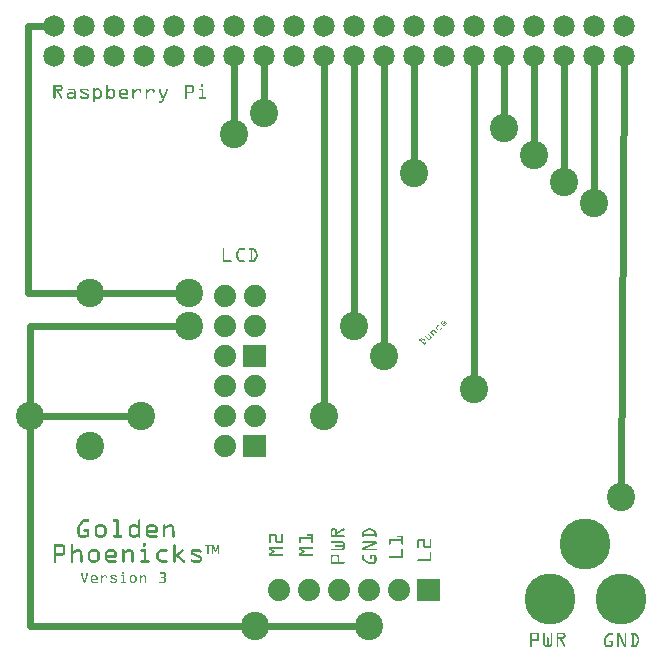
<source format=gtl>
G04 MADE WITH FRITZING*
G04 WWW.FRITZING.ORG*
G04 DOUBLE SIDED*
G04 HOLES PLATED*
G04 CONTOUR ON CENTER OF CONTOUR VECTOR*
%ASAXBY*%
%FSLAX23Y23*%
%MOIN*%
%OFA0B0*%
%SFA1.0B1.0*%
%ADD10C,0.170000*%
%ADD11C,0.074000*%
%ADD12C,0.071889*%
%ADD13C,0.071917*%
%ADD14C,0.094488*%
%ADD15C,0.024000*%
%ADD16R,0.001000X0.001000*%
%LNCOPPER1*%
G90*
G70*
G54D10*
X1787Y239D03*
X2024Y239D03*
X1905Y424D03*
X1787Y239D03*
X2024Y239D03*
X1905Y424D03*
G54D11*
X1384Y269D03*
X1284Y269D03*
X1184Y269D03*
X1084Y269D03*
X984Y269D03*
X884Y269D03*
X1384Y269D03*
X1284Y269D03*
X1184Y269D03*
X1084Y269D03*
X984Y269D03*
X884Y269D03*
G54D12*
X134Y2049D03*
X234Y2049D03*
X334Y2049D03*
X434Y2049D03*
G54D13*
X534Y2049D03*
G54D12*
X634Y2049D03*
X734Y2049D03*
X834Y2049D03*
X934Y2049D03*
G54D13*
X1034Y2049D03*
G54D12*
X1134Y2049D03*
G54D13*
X1234Y2049D03*
G54D12*
X1334Y2049D03*
X1434Y2049D03*
X1534Y2049D03*
X1634Y2049D03*
G54D13*
X1734Y2049D03*
G54D12*
X1834Y2049D03*
X1934Y2049D03*
X2034Y2049D03*
X2034Y2149D03*
X1934Y2149D03*
X1834Y2149D03*
G54D13*
X1734Y2149D03*
G54D12*
X1634Y2149D03*
X1534Y2149D03*
X1434Y2149D03*
X1334Y2149D03*
G54D13*
X1234Y2149D03*
G54D12*
X1134Y2149D03*
G54D13*
X1034Y2149D03*
G54D12*
X934Y2149D03*
X834Y2149D03*
X734Y2149D03*
X634Y2149D03*
G54D13*
X534Y2149D03*
G54D12*
X434Y2149D03*
X334Y2149D03*
X234Y2149D03*
X134Y2149D03*
G54D14*
X2024Y579D03*
X1934Y1559D03*
X1834Y1629D03*
X1734Y1719D03*
X1634Y1809D03*
G54D11*
X804Y1049D03*
X704Y1049D03*
X804Y1149D03*
X704Y1149D03*
X804Y1249D03*
X704Y1249D03*
X804Y1049D03*
X704Y1049D03*
X804Y1149D03*
X704Y1149D03*
X804Y1249D03*
X704Y1249D03*
X804Y749D03*
X704Y749D03*
X804Y849D03*
X704Y849D03*
X804Y949D03*
X704Y949D03*
X804Y749D03*
X704Y749D03*
X804Y849D03*
X704Y849D03*
X804Y949D03*
X704Y949D03*
G54D14*
X1184Y149D03*
X804Y149D03*
X834Y1859D03*
X734Y1789D03*
X54Y849D03*
X254Y1259D03*
X584Y1259D03*
X584Y1149D03*
X424Y849D03*
X1034Y849D03*
X254Y749D03*
X1234Y1049D03*
X1534Y939D03*
X1134Y1149D03*
X1334Y1659D03*
G54D15*
X2033Y2016D02*
X2024Y606D01*
D02*
X1934Y1586D02*
X1934Y2016D01*
D02*
X1834Y1656D02*
X1834Y2016D01*
D02*
X1734Y2016D02*
X1734Y1746D01*
D02*
X1634Y1836D02*
X1634Y2016D01*
D02*
X1157Y149D02*
X830Y149D01*
D02*
X49Y1903D02*
X49Y1259D01*
D02*
X49Y2149D02*
X49Y1903D01*
D02*
X100Y2149D02*
X49Y2149D01*
D02*
X777Y149D02*
X54Y149D01*
D02*
X834Y2016D02*
X834Y1886D01*
D02*
X734Y2016D02*
X734Y1816D01*
D02*
X54Y1149D02*
X54Y876D01*
D02*
X54Y149D02*
X54Y822D01*
D02*
X49Y1259D02*
X227Y1259D01*
D02*
X557Y1259D02*
X280Y1259D01*
D02*
X54Y1149D02*
X557Y1149D01*
D02*
X397Y849D02*
X80Y849D01*
D02*
X1534Y2016D02*
X1534Y966D01*
D02*
X1234Y2016D02*
X1234Y1076D01*
D02*
X1134Y2016D02*
X1134Y1176D01*
D02*
X1334Y2016D02*
X1334Y1686D01*
D02*
X1034Y2016D02*
X1034Y876D01*
G54D16*
X626Y1957D02*
X630Y1957D01*
X625Y1956D02*
X632Y1956D01*
X624Y1955D02*
X632Y1955D01*
X133Y1954D02*
X157Y1954D01*
X310Y1954D02*
X313Y1954D01*
X571Y1954D02*
X595Y1954D01*
X624Y1954D02*
X632Y1954D01*
X133Y1953D02*
X159Y1953D01*
X309Y1953D02*
X313Y1953D01*
X571Y1953D02*
X597Y1953D01*
X624Y1953D02*
X632Y1953D01*
X133Y1952D02*
X160Y1952D01*
X309Y1952D02*
X314Y1952D01*
X571Y1952D02*
X598Y1952D01*
X624Y1952D02*
X632Y1952D01*
X133Y1951D02*
X161Y1951D01*
X309Y1951D02*
X314Y1951D01*
X571Y1951D02*
X599Y1951D01*
X624Y1951D02*
X632Y1951D01*
X133Y1950D02*
X161Y1950D01*
X309Y1950D02*
X314Y1950D01*
X571Y1950D02*
X599Y1950D01*
X625Y1950D02*
X632Y1950D01*
X133Y1949D02*
X162Y1949D01*
X309Y1949D02*
X314Y1949D01*
X571Y1949D02*
X600Y1949D01*
X626Y1949D02*
X630Y1949D01*
X133Y1948D02*
X139Y1948D01*
X156Y1948D02*
X162Y1948D01*
X309Y1948D02*
X314Y1948D01*
X571Y1948D02*
X576Y1948D01*
X594Y1948D02*
X600Y1948D01*
X133Y1947D02*
X139Y1947D01*
X157Y1947D02*
X163Y1947D01*
X309Y1947D02*
X314Y1947D01*
X571Y1947D02*
X576Y1947D01*
X595Y1947D02*
X600Y1947D01*
X133Y1946D02*
X139Y1946D01*
X157Y1946D02*
X163Y1946D01*
X309Y1946D02*
X314Y1946D01*
X571Y1946D02*
X576Y1946D01*
X595Y1946D02*
X600Y1946D01*
X133Y1945D02*
X139Y1945D01*
X158Y1945D02*
X163Y1945D01*
X309Y1945D02*
X314Y1945D01*
X571Y1945D02*
X576Y1945D01*
X595Y1945D02*
X601Y1945D01*
X133Y1944D02*
X139Y1944D01*
X158Y1944D02*
X163Y1944D01*
X309Y1944D02*
X314Y1944D01*
X571Y1944D02*
X576Y1944D01*
X595Y1944D02*
X601Y1944D01*
X133Y1943D02*
X139Y1943D01*
X158Y1943D02*
X163Y1943D01*
X267Y1943D02*
X268Y1943D01*
X277Y1943D02*
X281Y1943D01*
X309Y1943D02*
X314Y1943D01*
X571Y1943D02*
X576Y1943D01*
X595Y1943D02*
X601Y1943D01*
X133Y1942D02*
X139Y1942D01*
X157Y1942D02*
X163Y1942D01*
X266Y1942D02*
X269Y1942D01*
X275Y1942D02*
X284Y1942D01*
X309Y1942D02*
X314Y1942D01*
X571Y1942D02*
X576Y1942D01*
X595Y1942D02*
X601Y1942D01*
X133Y1941D02*
X139Y1941D01*
X157Y1941D02*
X163Y1941D01*
X184Y1941D02*
X201Y1941D01*
X226Y1941D02*
X246Y1941D01*
X265Y1941D02*
X270Y1941D01*
X273Y1941D02*
X286Y1941D01*
X309Y1941D02*
X314Y1941D01*
X319Y1941D02*
X330Y1941D01*
X360Y1941D02*
X374Y1941D01*
X397Y1941D02*
X400Y1941D01*
X409Y1941D02*
X420Y1941D01*
X441Y1941D02*
X444Y1941D01*
X453Y1941D02*
X464Y1941D01*
X485Y1941D02*
X488Y1941D01*
X509Y1941D02*
X512Y1941D01*
X571Y1941D02*
X576Y1941D01*
X595Y1941D02*
X601Y1941D01*
X619Y1941D02*
X631Y1941D01*
X133Y1940D02*
X139Y1940D01*
X156Y1940D02*
X162Y1940D01*
X184Y1940D02*
X202Y1940D01*
X224Y1940D02*
X247Y1940D01*
X265Y1940D02*
X270Y1940D01*
X272Y1940D02*
X287Y1940D01*
X309Y1940D02*
X314Y1940D01*
X317Y1940D02*
X332Y1940D01*
X358Y1940D02*
X376Y1940D01*
X396Y1940D02*
X401Y1940D01*
X408Y1940D02*
X422Y1940D01*
X440Y1940D02*
X445Y1940D01*
X452Y1940D02*
X466Y1940D01*
X484Y1940D02*
X489Y1940D01*
X508Y1940D02*
X513Y1940D01*
X571Y1940D02*
X576Y1940D01*
X595Y1940D02*
X601Y1940D01*
X618Y1940D02*
X632Y1940D01*
X133Y1939D02*
X162Y1939D01*
X183Y1939D02*
X203Y1939D01*
X223Y1939D02*
X248Y1939D01*
X265Y1939D02*
X288Y1939D01*
X309Y1939D02*
X314Y1939D01*
X316Y1939D02*
X333Y1939D01*
X357Y1939D02*
X377Y1939D01*
X396Y1939D02*
X401Y1939D01*
X407Y1939D02*
X423Y1939D01*
X440Y1939D02*
X445Y1939D01*
X450Y1939D02*
X467Y1939D01*
X484Y1939D02*
X489Y1939D01*
X508Y1939D02*
X513Y1939D01*
X571Y1939D02*
X576Y1939D01*
X595Y1939D02*
X601Y1939D01*
X618Y1939D02*
X632Y1939D01*
X133Y1938D02*
X161Y1938D01*
X183Y1938D02*
X204Y1938D01*
X223Y1938D02*
X249Y1938D01*
X265Y1938D02*
X289Y1938D01*
X309Y1938D02*
X334Y1938D01*
X356Y1938D02*
X378Y1938D01*
X396Y1938D02*
X401Y1938D01*
X405Y1938D02*
X424Y1938D01*
X440Y1938D02*
X445Y1938D01*
X449Y1938D02*
X467Y1938D01*
X484Y1938D02*
X489Y1938D01*
X508Y1938D02*
X513Y1938D01*
X571Y1938D02*
X576Y1938D01*
X595Y1938D02*
X601Y1938D01*
X618Y1938D02*
X632Y1938D01*
X133Y1937D02*
X161Y1937D01*
X184Y1937D02*
X205Y1937D01*
X222Y1937D02*
X249Y1937D01*
X265Y1937D02*
X278Y1937D01*
X281Y1937D02*
X290Y1937D01*
X309Y1937D02*
X335Y1937D01*
X355Y1937D02*
X379Y1937D01*
X396Y1937D02*
X401Y1937D01*
X404Y1937D02*
X424Y1937D01*
X440Y1937D02*
X445Y1937D01*
X448Y1937D02*
X468Y1937D01*
X484Y1937D02*
X489Y1937D01*
X508Y1937D02*
X513Y1937D01*
X571Y1937D02*
X576Y1937D01*
X595Y1937D02*
X601Y1937D01*
X619Y1937D02*
X632Y1937D01*
X133Y1936D02*
X160Y1936D01*
X185Y1936D02*
X205Y1936D01*
X222Y1936D02*
X249Y1936D01*
X265Y1936D02*
X276Y1936D01*
X283Y1936D02*
X291Y1936D01*
X309Y1936D02*
X336Y1936D01*
X354Y1936D02*
X380Y1936D01*
X396Y1936D02*
X401Y1936D01*
X403Y1936D02*
X425Y1936D01*
X440Y1936D02*
X445Y1936D01*
X447Y1936D02*
X469Y1936D01*
X484Y1936D02*
X489Y1936D01*
X508Y1936D02*
X513Y1936D01*
X571Y1936D02*
X576Y1936D01*
X595Y1936D02*
X601Y1936D01*
X620Y1936D02*
X632Y1936D01*
X133Y1935D02*
X159Y1935D01*
X200Y1935D02*
X205Y1935D01*
X222Y1935D02*
X227Y1935D01*
X244Y1935D02*
X249Y1935D01*
X265Y1935D02*
X275Y1935D01*
X284Y1935D02*
X292Y1935D01*
X309Y1935D02*
X320Y1935D01*
X329Y1935D02*
X337Y1935D01*
X353Y1935D02*
X361Y1935D01*
X373Y1935D02*
X381Y1935D01*
X396Y1935D02*
X410Y1935D01*
X419Y1935D02*
X425Y1935D01*
X440Y1935D02*
X454Y1935D01*
X463Y1935D02*
X469Y1935D01*
X484Y1935D02*
X489Y1935D01*
X508Y1935D02*
X513Y1935D01*
X571Y1935D02*
X576Y1935D01*
X595Y1935D02*
X601Y1935D01*
X627Y1935D02*
X632Y1935D01*
X133Y1934D02*
X157Y1934D01*
X200Y1934D02*
X206Y1934D01*
X222Y1934D02*
X227Y1934D01*
X246Y1934D02*
X248Y1934D01*
X265Y1934D02*
X274Y1934D01*
X285Y1934D02*
X293Y1934D01*
X309Y1934D02*
X319Y1934D01*
X331Y1934D02*
X337Y1934D01*
X353Y1934D02*
X359Y1934D01*
X375Y1934D02*
X381Y1934D01*
X396Y1934D02*
X409Y1934D01*
X420Y1934D02*
X425Y1934D01*
X440Y1934D02*
X453Y1934D01*
X464Y1934D02*
X469Y1934D01*
X484Y1934D02*
X489Y1934D01*
X508Y1934D02*
X513Y1934D01*
X571Y1934D02*
X576Y1934D01*
X595Y1934D02*
X600Y1934D01*
X627Y1934D02*
X632Y1934D01*
X133Y1933D02*
X139Y1933D01*
X144Y1933D02*
X150Y1933D01*
X200Y1933D02*
X206Y1933D01*
X222Y1933D02*
X227Y1933D01*
X265Y1933D02*
X273Y1933D01*
X287Y1933D02*
X293Y1933D01*
X309Y1933D02*
X318Y1933D01*
X332Y1933D02*
X338Y1933D01*
X353Y1933D02*
X358Y1933D01*
X376Y1933D02*
X381Y1933D01*
X396Y1933D02*
X408Y1933D01*
X420Y1933D02*
X425Y1933D01*
X440Y1933D02*
X452Y1933D01*
X464Y1933D02*
X469Y1933D01*
X484Y1933D02*
X489Y1933D01*
X507Y1933D02*
X513Y1933D01*
X571Y1933D02*
X576Y1933D01*
X595Y1933D02*
X600Y1933D01*
X627Y1933D02*
X632Y1933D01*
X133Y1932D02*
X139Y1932D01*
X145Y1932D02*
X151Y1932D01*
X201Y1932D02*
X206Y1932D01*
X222Y1932D02*
X229Y1932D01*
X265Y1932D02*
X272Y1932D01*
X288Y1932D02*
X294Y1932D01*
X309Y1932D02*
X316Y1932D01*
X332Y1932D02*
X338Y1932D01*
X353Y1932D02*
X358Y1932D01*
X376Y1932D02*
X381Y1932D01*
X396Y1932D02*
X407Y1932D01*
X420Y1932D02*
X425Y1932D01*
X440Y1932D02*
X451Y1932D01*
X464Y1932D02*
X469Y1932D01*
X484Y1932D02*
X490Y1932D01*
X507Y1932D02*
X512Y1932D01*
X571Y1932D02*
X577Y1932D01*
X594Y1932D02*
X600Y1932D01*
X627Y1932D02*
X632Y1932D01*
X133Y1931D02*
X139Y1931D01*
X145Y1931D02*
X151Y1931D01*
X201Y1931D02*
X206Y1931D01*
X223Y1931D02*
X232Y1931D01*
X265Y1931D02*
X271Y1931D01*
X289Y1931D02*
X294Y1931D01*
X309Y1931D02*
X315Y1931D01*
X333Y1931D02*
X338Y1931D01*
X352Y1931D02*
X358Y1931D01*
X376Y1931D02*
X382Y1931D01*
X396Y1931D02*
X406Y1931D01*
X420Y1931D02*
X425Y1931D01*
X440Y1931D02*
X450Y1931D01*
X464Y1931D02*
X469Y1931D01*
X485Y1931D02*
X490Y1931D01*
X506Y1931D02*
X512Y1931D01*
X571Y1931D02*
X600Y1931D01*
X627Y1931D02*
X632Y1931D01*
X133Y1930D02*
X139Y1930D01*
X146Y1930D02*
X152Y1930D01*
X201Y1930D02*
X206Y1930D01*
X223Y1930D02*
X234Y1930D01*
X265Y1930D02*
X270Y1930D01*
X289Y1930D02*
X294Y1930D01*
X309Y1930D02*
X314Y1930D01*
X333Y1930D02*
X338Y1930D01*
X352Y1930D02*
X358Y1930D01*
X376Y1930D02*
X382Y1930D01*
X396Y1930D02*
X405Y1930D01*
X421Y1930D02*
X425Y1930D01*
X440Y1930D02*
X448Y1930D01*
X464Y1930D02*
X469Y1930D01*
X485Y1930D02*
X491Y1930D01*
X506Y1930D02*
X512Y1930D01*
X571Y1930D02*
X599Y1930D01*
X627Y1930D02*
X632Y1930D01*
X133Y1929D02*
X139Y1929D01*
X146Y1929D02*
X152Y1929D01*
X185Y1929D02*
X198Y1929D01*
X200Y1929D02*
X206Y1929D01*
X224Y1929D02*
X236Y1929D01*
X265Y1929D02*
X270Y1929D01*
X289Y1929D02*
X294Y1929D01*
X309Y1929D02*
X314Y1929D01*
X333Y1929D02*
X338Y1929D01*
X352Y1929D02*
X358Y1929D01*
X376Y1929D02*
X382Y1929D01*
X396Y1929D02*
X403Y1929D01*
X421Y1929D02*
X424Y1929D01*
X440Y1929D02*
X447Y1929D01*
X465Y1929D02*
X468Y1929D01*
X486Y1929D02*
X491Y1929D01*
X505Y1929D02*
X511Y1929D01*
X571Y1929D02*
X598Y1929D01*
X627Y1929D02*
X632Y1929D01*
X133Y1928D02*
X139Y1928D01*
X147Y1928D02*
X153Y1928D01*
X182Y1928D02*
X206Y1928D01*
X225Y1928D02*
X239Y1928D01*
X265Y1928D02*
X270Y1928D01*
X289Y1928D02*
X294Y1928D01*
X309Y1928D02*
X314Y1928D01*
X333Y1928D02*
X338Y1928D01*
X352Y1928D02*
X358Y1928D01*
X376Y1928D02*
X382Y1928D01*
X396Y1928D02*
X402Y1928D01*
X440Y1928D02*
X446Y1928D01*
X486Y1928D02*
X492Y1928D01*
X505Y1928D02*
X511Y1928D01*
X571Y1928D02*
X597Y1928D01*
X627Y1928D02*
X632Y1928D01*
X133Y1927D02*
X139Y1927D01*
X147Y1927D02*
X154Y1927D01*
X181Y1927D02*
X206Y1927D01*
X227Y1927D02*
X241Y1927D01*
X265Y1927D02*
X270Y1927D01*
X289Y1927D02*
X294Y1927D01*
X309Y1927D02*
X314Y1927D01*
X333Y1927D02*
X338Y1927D01*
X352Y1927D02*
X358Y1927D01*
X376Y1927D02*
X382Y1927D01*
X396Y1927D02*
X401Y1927D01*
X440Y1927D02*
X445Y1927D01*
X486Y1927D02*
X492Y1927D01*
X504Y1927D02*
X510Y1927D01*
X571Y1927D02*
X596Y1927D01*
X627Y1927D02*
X632Y1927D01*
X133Y1926D02*
X139Y1926D01*
X148Y1926D02*
X154Y1926D01*
X180Y1926D02*
X206Y1926D01*
X229Y1926D02*
X243Y1926D01*
X265Y1926D02*
X270Y1926D01*
X289Y1926D02*
X294Y1926D01*
X309Y1926D02*
X314Y1926D01*
X333Y1926D02*
X338Y1926D01*
X352Y1926D02*
X382Y1926D01*
X396Y1926D02*
X401Y1926D01*
X440Y1926D02*
X445Y1926D01*
X487Y1926D02*
X493Y1926D01*
X504Y1926D02*
X510Y1926D01*
X571Y1926D02*
X594Y1926D01*
X627Y1926D02*
X632Y1926D01*
X133Y1925D02*
X139Y1925D01*
X149Y1925D02*
X155Y1925D01*
X179Y1925D02*
X206Y1925D01*
X231Y1925D02*
X245Y1925D01*
X265Y1925D02*
X270Y1925D01*
X289Y1925D02*
X294Y1925D01*
X309Y1925D02*
X314Y1925D01*
X333Y1925D02*
X338Y1925D01*
X352Y1925D02*
X382Y1925D01*
X396Y1925D02*
X401Y1925D01*
X440Y1925D02*
X445Y1925D01*
X487Y1925D02*
X493Y1925D01*
X504Y1925D02*
X509Y1925D01*
X571Y1925D02*
X576Y1925D01*
X627Y1925D02*
X632Y1925D01*
X133Y1924D02*
X139Y1924D01*
X149Y1924D02*
X155Y1924D01*
X178Y1924D02*
X206Y1924D01*
X233Y1924D02*
X247Y1924D01*
X265Y1924D02*
X270Y1924D01*
X289Y1924D02*
X294Y1924D01*
X309Y1924D02*
X314Y1924D01*
X333Y1924D02*
X338Y1924D01*
X352Y1924D02*
X382Y1924D01*
X396Y1924D02*
X401Y1924D01*
X440Y1924D02*
X445Y1924D01*
X488Y1924D02*
X493Y1924D01*
X503Y1924D02*
X509Y1924D01*
X571Y1924D02*
X576Y1924D01*
X627Y1924D02*
X632Y1924D01*
X133Y1923D02*
X139Y1923D01*
X150Y1923D02*
X156Y1923D01*
X178Y1923D02*
X206Y1923D01*
X236Y1923D02*
X248Y1923D01*
X265Y1923D02*
X270Y1923D01*
X289Y1923D02*
X294Y1923D01*
X309Y1923D02*
X314Y1923D01*
X333Y1923D02*
X338Y1923D01*
X352Y1923D02*
X381Y1923D01*
X396Y1923D02*
X401Y1923D01*
X440Y1923D02*
X445Y1923D01*
X488Y1923D02*
X494Y1923D01*
X503Y1923D02*
X508Y1923D01*
X571Y1923D02*
X576Y1923D01*
X627Y1923D02*
X632Y1923D01*
X133Y1922D02*
X139Y1922D01*
X150Y1922D02*
X157Y1922D01*
X178Y1922D02*
X183Y1922D01*
X200Y1922D02*
X206Y1922D01*
X238Y1922D02*
X249Y1922D01*
X265Y1922D02*
X270Y1922D01*
X289Y1922D02*
X294Y1922D01*
X309Y1922D02*
X314Y1922D01*
X333Y1922D02*
X338Y1922D01*
X352Y1922D02*
X381Y1922D01*
X396Y1922D02*
X401Y1922D01*
X440Y1922D02*
X445Y1922D01*
X489Y1922D02*
X494Y1922D01*
X502Y1922D02*
X508Y1922D01*
X571Y1922D02*
X576Y1922D01*
X627Y1922D02*
X632Y1922D01*
X133Y1921D02*
X139Y1921D01*
X151Y1921D02*
X157Y1921D01*
X177Y1921D02*
X183Y1921D01*
X201Y1921D02*
X206Y1921D01*
X240Y1921D02*
X249Y1921D01*
X265Y1921D02*
X270Y1921D01*
X289Y1921D02*
X294Y1921D01*
X309Y1921D02*
X314Y1921D01*
X333Y1921D02*
X338Y1921D01*
X352Y1921D02*
X380Y1921D01*
X396Y1921D02*
X401Y1921D01*
X440Y1921D02*
X445Y1921D01*
X489Y1921D02*
X495Y1921D01*
X502Y1921D02*
X508Y1921D01*
X571Y1921D02*
X576Y1921D01*
X627Y1921D02*
X632Y1921D01*
X133Y1920D02*
X139Y1920D01*
X152Y1920D02*
X158Y1920D01*
X177Y1920D02*
X182Y1920D01*
X201Y1920D02*
X206Y1920D01*
X243Y1920D02*
X250Y1920D01*
X265Y1920D02*
X270Y1920D01*
X289Y1920D02*
X294Y1920D01*
X309Y1920D02*
X314Y1920D01*
X333Y1920D02*
X338Y1920D01*
X352Y1920D02*
X358Y1920D01*
X396Y1920D02*
X401Y1920D01*
X440Y1920D02*
X445Y1920D01*
X489Y1920D02*
X495Y1920D01*
X501Y1920D02*
X507Y1920D01*
X571Y1920D02*
X576Y1920D01*
X627Y1920D02*
X632Y1920D01*
X133Y1919D02*
X139Y1919D01*
X152Y1919D02*
X158Y1919D01*
X177Y1919D02*
X182Y1919D01*
X201Y1919D02*
X206Y1919D01*
X244Y1919D02*
X250Y1919D01*
X265Y1919D02*
X271Y1919D01*
X289Y1919D02*
X294Y1919D01*
X309Y1919D02*
X315Y1919D01*
X333Y1919D02*
X338Y1919D01*
X352Y1919D02*
X358Y1919D01*
X396Y1919D02*
X401Y1919D01*
X440Y1919D02*
X445Y1919D01*
X490Y1919D02*
X496Y1919D01*
X501Y1919D02*
X507Y1919D01*
X571Y1919D02*
X576Y1919D01*
X627Y1919D02*
X632Y1919D01*
X133Y1918D02*
X139Y1918D01*
X153Y1918D02*
X159Y1918D01*
X177Y1918D02*
X182Y1918D01*
X201Y1918D02*
X206Y1918D01*
X245Y1918D02*
X250Y1918D01*
X265Y1918D02*
X271Y1918D01*
X288Y1918D02*
X294Y1918D01*
X309Y1918D02*
X316Y1918D01*
X333Y1918D02*
X338Y1918D01*
X352Y1918D02*
X358Y1918D01*
X396Y1918D02*
X401Y1918D01*
X440Y1918D02*
X445Y1918D01*
X490Y1918D02*
X496Y1918D01*
X501Y1918D02*
X506Y1918D01*
X571Y1918D02*
X576Y1918D01*
X627Y1918D02*
X632Y1918D01*
X133Y1917D02*
X139Y1917D01*
X153Y1917D02*
X159Y1917D01*
X177Y1917D02*
X182Y1917D01*
X200Y1917D02*
X206Y1917D01*
X245Y1917D02*
X250Y1917D01*
X265Y1917D02*
X272Y1917D01*
X287Y1917D02*
X294Y1917D01*
X309Y1917D02*
X317Y1917D01*
X332Y1917D02*
X338Y1917D01*
X353Y1917D02*
X358Y1917D01*
X396Y1917D02*
X401Y1917D01*
X440Y1917D02*
X445Y1917D01*
X491Y1917D02*
X496Y1917D01*
X500Y1917D02*
X506Y1917D01*
X571Y1917D02*
X576Y1917D01*
X627Y1917D02*
X632Y1917D01*
X133Y1916D02*
X139Y1916D01*
X154Y1916D02*
X160Y1916D01*
X177Y1916D02*
X183Y1916D01*
X198Y1916D02*
X206Y1916D01*
X223Y1916D02*
X224Y1916D01*
X245Y1916D02*
X250Y1916D01*
X265Y1916D02*
X273Y1916D01*
X286Y1916D02*
X293Y1916D01*
X309Y1916D02*
X318Y1916D01*
X331Y1916D02*
X337Y1916D01*
X353Y1916D02*
X359Y1916D01*
X396Y1916D02*
X401Y1916D01*
X440Y1916D02*
X445Y1916D01*
X491Y1916D02*
X505Y1916D01*
X571Y1916D02*
X576Y1916D01*
X627Y1916D02*
X632Y1916D01*
X133Y1915D02*
X139Y1915D01*
X154Y1915D02*
X161Y1915D01*
X177Y1915D02*
X183Y1915D01*
X197Y1915D02*
X206Y1915D01*
X222Y1915D02*
X226Y1915D01*
X244Y1915D02*
X250Y1915D01*
X265Y1915D02*
X274Y1915D01*
X285Y1915D02*
X293Y1915D01*
X309Y1915D02*
X319Y1915D01*
X330Y1915D02*
X337Y1915D01*
X353Y1915D02*
X360Y1915D01*
X396Y1915D02*
X401Y1915D01*
X440Y1915D02*
X445Y1915D01*
X492Y1915D02*
X505Y1915D01*
X571Y1915D02*
X576Y1915D01*
X627Y1915D02*
X632Y1915D01*
X133Y1914D02*
X139Y1914D01*
X155Y1914D02*
X161Y1914D01*
X178Y1914D02*
X184Y1914D01*
X195Y1914D02*
X206Y1914D01*
X221Y1914D02*
X228Y1914D01*
X243Y1914D02*
X250Y1914D01*
X265Y1914D02*
X275Y1914D01*
X284Y1914D02*
X292Y1914D01*
X309Y1914D02*
X321Y1914D01*
X329Y1914D02*
X337Y1914D01*
X354Y1914D02*
X361Y1914D01*
X396Y1914D02*
X401Y1914D01*
X440Y1914D02*
X445Y1914D01*
X492Y1914D02*
X505Y1914D01*
X571Y1914D02*
X576Y1914D01*
X627Y1914D02*
X632Y1914D01*
X133Y1913D02*
X139Y1913D01*
X156Y1913D02*
X162Y1913D01*
X178Y1913D02*
X206Y1913D01*
X221Y1913D02*
X249Y1913D01*
X265Y1913D02*
X277Y1913D01*
X282Y1913D02*
X291Y1913D01*
X309Y1913D02*
X336Y1913D01*
X354Y1913D02*
X380Y1913D01*
X396Y1913D02*
X401Y1913D01*
X440Y1913D02*
X445Y1913D01*
X493Y1913D02*
X504Y1913D01*
X571Y1913D02*
X576Y1913D01*
X619Y1913D02*
X640Y1913D01*
X133Y1912D02*
X139Y1912D01*
X156Y1912D02*
X162Y1912D01*
X179Y1912D02*
X206Y1912D01*
X221Y1912D02*
X249Y1912D01*
X265Y1912D02*
X290Y1912D01*
X309Y1912D02*
X335Y1912D01*
X355Y1912D02*
X381Y1912D01*
X396Y1912D02*
X401Y1912D01*
X440Y1912D02*
X445Y1912D01*
X493Y1912D02*
X504Y1912D01*
X571Y1912D02*
X576Y1912D01*
X618Y1912D02*
X641Y1912D01*
X133Y1911D02*
X139Y1911D01*
X157Y1911D02*
X163Y1911D01*
X179Y1911D02*
X206Y1911D01*
X222Y1911D02*
X248Y1911D01*
X265Y1911D02*
X289Y1911D01*
X309Y1911D02*
X334Y1911D01*
X356Y1911D02*
X382Y1911D01*
X396Y1911D02*
X401Y1911D01*
X440Y1911D02*
X445Y1911D01*
X494Y1911D02*
X503Y1911D01*
X571Y1911D02*
X576Y1911D01*
X618Y1911D02*
X641Y1911D01*
X134Y1910D02*
X138Y1910D01*
X157Y1910D02*
X163Y1910D01*
X180Y1910D02*
X199Y1910D01*
X201Y1910D02*
X206Y1910D01*
X223Y1910D02*
X247Y1910D01*
X265Y1910D02*
X270Y1910D01*
X272Y1910D02*
X287Y1910D01*
X309Y1910D02*
X314Y1910D01*
X317Y1910D02*
X333Y1910D01*
X357Y1910D02*
X381Y1910D01*
X396Y1910D02*
X401Y1910D01*
X440Y1910D02*
X445Y1910D01*
X497Y1910D02*
X503Y1910D01*
X571Y1910D02*
X576Y1910D01*
X618Y1910D02*
X641Y1910D01*
X134Y1909D02*
X138Y1909D01*
X158Y1909D02*
X162Y1909D01*
X181Y1909D02*
X198Y1909D01*
X202Y1909D02*
X206Y1909D01*
X225Y1909D02*
X246Y1909D01*
X265Y1909D02*
X270Y1909D01*
X273Y1909D02*
X286Y1909D01*
X309Y1909D02*
X313Y1909D01*
X318Y1909D02*
X331Y1909D01*
X359Y1909D02*
X381Y1909D01*
X397Y1909D02*
X401Y1909D01*
X441Y1909D02*
X445Y1909D01*
X497Y1909D02*
X502Y1909D01*
X572Y1909D02*
X576Y1909D01*
X619Y1909D02*
X641Y1909D01*
X135Y1908D02*
X137Y1908D01*
X159Y1908D02*
X161Y1908D01*
X184Y1908D02*
X196Y1908D01*
X203Y1908D02*
X205Y1908D01*
X227Y1908D02*
X244Y1908D01*
X265Y1908D02*
X270Y1908D01*
X274Y1908D02*
X285Y1908D01*
X310Y1908D02*
X312Y1908D01*
X320Y1908D02*
X329Y1908D01*
X361Y1908D02*
X380Y1908D01*
X398Y1908D02*
X400Y1908D01*
X442Y1908D02*
X444Y1908D01*
X496Y1908D02*
X502Y1908D01*
X573Y1908D02*
X575Y1908D01*
X620Y1908D02*
X640Y1908D01*
X265Y1907D02*
X270Y1907D01*
X276Y1907D02*
X283Y1907D01*
X496Y1907D02*
X501Y1907D01*
X265Y1906D02*
X270Y1906D01*
X495Y1906D02*
X501Y1906D01*
X265Y1905D02*
X270Y1905D01*
X495Y1905D02*
X501Y1905D01*
X265Y1904D02*
X270Y1904D01*
X494Y1904D02*
X500Y1904D01*
X265Y1903D02*
X270Y1903D01*
X494Y1903D02*
X500Y1903D01*
X265Y1902D02*
X270Y1902D01*
X494Y1902D02*
X499Y1902D01*
X265Y1901D02*
X270Y1901D01*
X493Y1901D02*
X499Y1901D01*
X265Y1900D02*
X270Y1900D01*
X485Y1900D02*
X498Y1900D01*
X265Y1899D02*
X270Y1899D01*
X484Y1899D02*
X498Y1899D01*
X265Y1898D02*
X270Y1898D01*
X484Y1898D02*
X498Y1898D01*
X265Y1897D02*
X270Y1897D01*
X484Y1897D02*
X497Y1897D01*
X265Y1896D02*
X269Y1896D01*
X484Y1896D02*
X497Y1896D01*
X267Y1895D02*
X268Y1895D01*
X486Y1895D02*
X495Y1895D01*
X699Y1410D02*
X700Y1410D01*
X754Y1410D02*
X768Y1410D01*
X786Y1410D02*
X800Y1410D01*
X697Y1409D02*
X701Y1409D01*
X752Y1409D02*
X769Y1409D01*
X785Y1409D02*
X802Y1409D01*
X697Y1408D02*
X702Y1408D01*
X750Y1408D02*
X770Y1408D01*
X784Y1408D02*
X804Y1408D01*
X697Y1407D02*
X702Y1407D01*
X749Y1407D02*
X770Y1407D01*
X784Y1407D02*
X805Y1407D01*
X697Y1406D02*
X702Y1406D01*
X749Y1406D02*
X769Y1406D01*
X785Y1406D02*
X805Y1406D01*
X697Y1405D02*
X702Y1405D01*
X748Y1405D02*
X769Y1405D01*
X786Y1405D02*
X806Y1405D01*
X697Y1404D02*
X702Y1404D01*
X748Y1404D02*
X754Y1404D01*
X790Y1404D02*
X796Y1404D01*
X800Y1404D02*
X806Y1404D01*
X697Y1403D02*
X702Y1403D01*
X747Y1403D02*
X753Y1403D01*
X790Y1403D02*
X795Y1403D01*
X801Y1403D02*
X807Y1403D01*
X697Y1402D02*
X702Y1402D01*
X747Y1402D02*
X752Y1402D01*
X790Y1402D02*
X795Y1402D01*
X802Y1402D02*
X807Y1402D01*
X697Y1401D02*
X702Y1401D01*
X746Y1401D02*
X752Y1401D01*
X790Y1401D02*
X795Y1401D01*
X802Y1401D02*
X808Y1401D01*
X697Y1400D02*
X702Y1400D01*
X746Y1400D02*
X751Y1400D01*
X790Y1400D02*
X795Y1400D01*
X803Y1400D02*
X808Y1400D01*
X697Y1399D02*
X702Y1399D01*
X745Y1399D02*
X751Y1399D01*
X790Y1399D02*
X795Y1399D01*
X803Y1399D02*
X809Y1399D01*
X697Y1398D02*
X702Y1398D01*
X745Y1398D02*
X750Y1398D01*
X790Y1398D02*
X795Y1398D01*
X804Y1398D02*
X809Y1398D01*
X697Y1397D02*
X702Y1397D01*
X744Y1397D02*
X750Y1397D01*
X790Y1397D02*
X795Y1397D01*
X804Y1397D02*
X810Y1397D01*
X697Y1396D02*
X702Y1396D01*
X744Y1396D02*
X749Y1396D01*
X790Y1396D02*
X795Y1396D01*
X805Y1396D02*
X811Y1396D01*
X697Y1395D02*
X702Y1395D01*
X743Y1395D02*
X749Y1395D01*
X790Y1395D02*
X795Y1395D01*
X805Y1395D02*
X811Y1395D01*
X697Y1394D02*
X702Y1394D01*
X743Y1394D02*
X748Y1394D01*
X790Y1394D02*
X795Y1394D01*
X806Y1394D02*
X812Y1394D01*
X697Y1393D02*
X702Y1393D01*
X742Y1393D02*
X748Y1393D01*
X790Y1393D02*
X795Y1393D01*
X806Y1393D02*
X812Y1393D01*
X697Y1392D02*
X702Y1392D01*
X742Y1392D02*
X747Y1392D01*
X790Y1392D02*
X795Y1392D01*
X807Y1392D02*
X812Y1392D01*
X697Y1391D02*
X702Y1391D01*
X741Y1391D02*
X747Y1391D01*
X790Y1391D02*
X795Y1391D01*
X807Y1391D02*
X813Y1391D01*
X697Y1390D02*
X702Y1390D01*
X741Y1390D02*
X746Y1390D01*
X790Y1390D02*
X795Y1390D01*
X808Y1390D02*
X813Y1390D01*
X697Y1389D02*
X702Y1389D01*
X741Y1389D02*
X746Y1389D01*
X790Y1389D02*
X795Y1389D01*
X808Y1389D02*
X813Y1389D01*
X697Y1388D02*
X702Y1388D01*
X741Y1388D02*
X746Y1388D01*
X790Y1388D02*
X795Y1388D01*
X808Y1388D02*
X813Y1388D01*
X697Y1387D02*
X702Y1387D01*
X741Y1387D02*
X746Y1387D01*
X790Y1387D02*
X795Y1387D01*
X808Y1387D02*
X813Y1387D01*
X697Y1386D02*
X702Y1386D01*
X741Y1386D02*
X746Y1386D01*
X790Y1386D02*
X795Y1386D01*
X808Y1386D02*
X813Y1386D01*
X697Y1385D02*
X702Y1385D01*
X741Y1385D02*
X746Y1385D01*
X790Y1385D02*
X795Y1385D01*
X808Y1385D02*
X813Y1385D01*
X697Y1384D02*
X702Y1384D01*
X741Y1384D02*
X746Y1384D01*
X790Y1384D02*
X795Y1384D01*
X808Y1384D02*
X813Y1384D01*
X697Y1383D02*
X702Y1383D01*
X741Y1383D02*
X747Y1383D01*
X790Y1383D02*
X795Y1383D01*
X807Y1383D02*
X813Y1383D01*
X697Y1382D02*
X702Y1382D01*
X742Y1382D02*
X747Y1382D01*
X790Y1382D02*
X795Y1382D01*
X807Y1382D02*
X813Y1382D01*
X697Y1381D02*
X702Y1381D01*
X742Y1381D02*
X748Y1381D01*
X790Y1381D02*
X795Y1381D01*
X806Y1381D02*
X812Y1381D01*
X697Y1380D02*
X702Y1380D01*
X742Y1380D02*
X748Y1380D01*
X790Y1380D02*
X795Y1380D01*
X806Y1380D02*
X812Y1380D01*
X697Y1379D02*
X702Y1379D01*
X743Y1379D02*
X749Y1379D01*
X790Y1379D02*
X795Y1379D01*
X805Y1379D02*
X811Y1379D01*
X697Y1378D02*
X702Y1378D01*
X743Y1378D02*
X749Y1378D01*
X790Y1378D02*
X795Y1378D01*
X805Y1378D02*
X811Y1378D01*
X697Y1377D02*
X702Y1377D01*
X744Y1377D02*
X750Y1377D01*
X790Y1377D02*
X795Y1377D01*
X804Y1377D02*
X810Y1377D01*
X697Y1376D02*
X702Y1376D01*
X744Y1376D02*
X750Y1376D01*
X790Y1376D02*
X795Y1376D01*
X804Y1376D02*
X810Y1376D01*
X697Y1375D02*
X702Y1375D01*
X745Y1375D02*
X751Y1375D01*
X790Y1375D02*
X795Y1375D01*
X803Y1375D02*
X809Y1375D01*
X697Y1374D02*
X702Y1374D01*
X745Y1374D02*
X751Y1374D01*
X790Y1374D02*
X795Y1374D01*
X803Y1374D02*
X809Y1374D01*
X697Y1373D02*
X702Y1373D01*
X746Y1373D02*
X752Y1373D01*
X790Y1373D02*
X795Y1373D01*
X802Y1373D02*
X808Y1373D01*
X697Y1372D02*
X702Y1372D01*
X746Y1372D02*
X752Y1372D01*
X790Y1372D02*
X795Y1372D01*
X802Y1372D02*
X808Y1372D01*
X697Y1371D02*
X702Y1371D01*
X747Y1371D02*
X753Y1371D01*
X790Y1371D02*
X795Y1371D01*
X801Y1371D02*
X807Y1371D01*
X697Y1370D02*
X702Y1370D01*
X747Y1370D02*
X754Y1370D01*
X790Y1370D02*
X795Y1370D01*
X801Y1370D02*
X807Y1370D01*
X697Y1369D02*
X724Y1369D01*
X748Y1369D02*
X768Y1369D01*
X786Y1369D02*
X806Y1369D01*
X697Y1368D02*
X725Y1368D01*
X748Y1368D02*
X769Y1368D01*
X785Y1368D02*
X806Y1368D01*
X697Y1367D02*
X726Y1367D01*
X749Y1367D02*
X770Y1367D01*
X785Y1367D02*
X805Y1367D01*
X697Y1366D02*
X726Y1366D01*
X750Y1366D02*
X770Y1366D01*
X784Y1366D02*
X804Y1366D01*
X697Y1365D02*
X726Y1365D01*
X751Y1365D02*
X769Y1365D01*
X785Y1365D02*
X803Y1365D01*
X697Y1364D02*
X725Y1364D01*
X753Y1364D02*
X769Y1364D01*
X785Y1364D02*
X801Y1364D01*
X1431Y1168D02*
X1434Y1168D01*
X1429Y1167D02*
X1436Y1167D01*
X1428Y1166D02*
X1437Y1166D01*
X1427Y1165D02*
X1431Y1165D01*
X1434Y1165D02*
X1438Y1165D01*
X1426Y1164D02*
X1429Y1164D01*
X1436Y1164D02*
X1439Y1164D01*
X1425Y1163D02*
X1428Y1163D01*
X1436Y1163D02*
X1439Y1163D01*
X1425Y1162D02*
X1427Y1162D01*
X1435Y1162D02*
X1439Y1162D01*
X1425Y1161D02*
X1427Y1161D01*
X1434Y1161D02*
X1438Y1161D01*
X1424Y1160D02*
X1427Y1160D01*
X1433Y1160D02*
X1437Y1160D01*
X1425Y1159D02*
X1427Y1159D01*
X1432Y1159D02*
X1436Y1159D01*
X1442Y1159D02*
X1443Y1159D01*
X1425Y1158D02*
X1427Y1158D01*
X1431Y1158D02*
X1435Y1158D01*
X1441Y1158D02*
X1444Y1158D01*
X1425Y1157D02*
X1428Y1157D01*
X1430Y1157D02*
X1434Y1157D01*
X1440Y1157D02*
X1443Y1157D01*
X1426Y1156D02*
X1433Y1156D01*
X1439Y1156D02*
X1442Y1156D01*
X1427Y1155D02*
X1432Y1155D01*
X1438Y1155D02*
X1441Y1155D01*
X1415Y1154D02*
X1417Y1154D01*
X1428Y1154D02*
X1431Y1154D01*
X1437Y1154D02*
X1440Y1154D01*
X1414Y1153D02*
X1417Y1153D01*
X1429Y1153D02*
X1439Y1153D01*
X1413Y1152D02*
X1416Y1152D01*
X1430Y1152D02*
X1438Y1152D01*
X1412Y1151D02*
X1415Y1151D01*
X1431Y1151D02*
X1437Y1151D01*
X1411Y1150D02*
X1414Y1150D01*
X1433Y1150D02*
X1434Y1150D01*
X1410Y1149D02*
X1413Y1149D01*
X1409Y1148D02*
X1412Y1148D01*
X1409Y1147D02*
X1411Y1147D01*
X1409Y1146D02*
X1411Y1146D01*
X1409Y1145D02*
X1411Y1145D01*
X1409Y1144D02*
X1411Y1144D01*
X1426Y1144D02*
X1426Y1144D01*
X1409Y1143D02*
X1411Y1143D01*
X1425Y1143D02*
X1427Y1143D01*
X1409Y1142D02*
X1411Y1142D01*
X1424Y1142D02*
X1427Y1142D01*
X1409Y1141D02*
X1412Y1141D01*
X1423Y1141D02*
X1426Y1141D01*
X1410Y1140D02*
X1413Y1140D01*
X1422Y1140D02*
X1425Y1140D01*
X1411Y1139D02*
X1414Y1139D01*
X1420Y1139D02*
X1424Y1139D01*
X1412Y1138D02*
X1423Y1138D01*
X1397Y1137D02*
X1401Y1137D01*
X1413Y1137D02*
X1422Y1137D01*
X1396Y1136D02*
X1402Y1136D01*
X1414Y1136D02*
X1421Y1136D01*
X1395Y1135D02*
X1403Y1135D01*
X1394Y1134D02*
X1397Y1134D01*
X1401Y1134D02*
X1404Y1134D01*
X1394Y1133D02*
X1396Y1133D01*
X1402Y1133D02*
X1405Y1133D01*
X1393Y1132D02*
X1396Y1132D01*
X1403Y1132D02*
X1406Y1132D01*
X1393Y1131D02*
X1395Y1131D01*
X1404Y1131D02*
X1407Y1131D01*
X1389Y1130D02*
X1391Y1130D01*
X1393Y1130D02*
X1395Y1130D01*
X1405Y1130D02*
X1408Y1130D01*
X1389Y1129D02*
X1395Y1129D01*
X1406Y1129D02*
X1409Y1129D01*
X1390Y1128D02*
X1395Y1128D01*
X1407Y1128D02*
X1410Y1128D01*
X1391Y1127D02*
X1394Y1127D01*
X1408Y1127D02*
X1410Y1127D01*
X1392Y1126D02*
X1395Y1126D01*
X1409Y1126D02*
X1410Y1126D01*
X1393Y1125D02*
X1396Y1125D01*
X1393Y1124D02*
X1397Y1124D01*
X1382Y1123D02*
X1384Y1123D01*
X1394Y1123D02*
X1398Y1123D01*
X1382Y1122D02*
X1385Y1122D01*
X1395Y1122D02*
X1399Y1122D01*
X1382Y1121D02*
X1386Y1121D01*
X1396Y1121D02*
X1400Y1121D01*
X1383Y1120D02*
X1387Y1120D01*
X1397Y1120D02*
X1401Y1120D01*
X1384Y1119D02*
X1387Y1119D01*
X1398Y1119D02*
X1401Y1119D01*
X1385Y1118D02*
X1388Y1118D01*
X1399Y1118D02*
X1401Y1118D01*
X1386Y1117D02*
X1389Y1117D01*
X1400Y1117D02*
X1400Y1117D01*
X1387Y1116D02*
X1390Y1116D01*
X1373Y1115D02*
X1374Y1115D01*
X1388Y1115D02*
X1391Y1115D01*
X1373Y1114D02*
X1375Y1114D01*
X1389Y1114D02*
X1392Y1114D01*
X1373Y1113D02*
X1376Y1113D01*
X1389Y1113D02*
X1393Y1113D01*
X1374Y1112D02*
X1377Y1112D01*
X1388Y1112D02*
X1394Y1112D01*
X1375Y1111D02*
X1378Y1111D01*
X1388Y1111D02*
X1394Y1111D01*
X1376Y1110D02*
X1379Y1110D01*
X1388Y1110D02*
X1390Y1110D01*
X1393Y1110D02*
X1393Y1110D01*
X1357Y1109D02*
X1360Y1109D01*
X1377Y1109D02*
X1380Y1109D01*
X1388Y1109D02*
X1390Y1109D01*
X1356Y1108D02*
X1363Y1108D01*
X1378Y1108D02*
X1381Y1108D01*
X1387Y1108D02*
X1390Y1108D01*
X1355Y1107D02*
X1366Y1107D01*
X1379Y1107D02*
X1382Y1107D01*
X1386Y1107D02*
X1389Y1107D01*
X1354Y1106D02*
X1358Y1106D01*
X1360Y1106D02*
X1368Y1106D01*
X1380Y1106D02*
X1389Y1106D01*
X1353Y1105D02*
X1357Y1105D01*
X1363Y1105D02*
X1369Y1105D01*
X1381Y1105D02*
X1388Y1105D01*
X1352Y1104D02*
X1357Y1104D01*
X1366Y1104D02*
X1370Y1104D01*
X1382Y1104D02*
X1387Y1104D01*
X1351Y1103D02*
X1358Y1103D01*
X1368Y1103D02*
X1371Y1103D01*
X1384Y1103D02*
X1384Y1103D01*
X1352Y1102D02*
X1353Y1102D01*
X1356Y1102D02*
X1359Y1102D01*
X1369Y1102D02*
X1371Y1102D01*
X1357Y1101D02*
X1360Y1101D01*
X1369Y1101D02*
X1371Y1101D01*
X1358Y1100D02*
X1361Y1100D01*
X1369Y1100D02*
X1372Y1100D01*
X1359Y1099D02*
X1362Y1099D01*
X1370Y1099D02*
X1372Y1099D01*
X1360Y1098D02*
X1363Y1098D01*
X1370Y1098D02*
X1372Y1098D01*
X1361Y1097D02*
X1364Y1097D01*
X1370Y1097D02*
X1373Y1097D01*
X1362Y1096D02*
X1365Y1096D01*
X1371Y1096D02*
X1373Y1096D01*
X1362Y1095D02*
X1366Y1095D01*
X1371Y1095D02*
X1373Y1095D01*
X1363Y1094D02*
X1367Y1094D01*
X1371Y1094D02*
X1373Y1094D01*
X1364Y1093D02*
X1368Y1093D01*
X1371Y1093D02*
X1373Y1093D01*
X1365Y1092D02*
X1373Y1092D01*
X1366Y1091D02*
X1372Y1091D01*
X1367Y1090D02*
X1372Y1090D01*
X1367Y1089D02*
X1371Y1089D01*
X1366Y1088D02*
X1369Y1088D01*
X1366Y1087D02*
X1368Y1087D01*
X766Y1086D02*
X839Y1086D01*
X1367Y1086D02*
X1367Y1086D01*
X766Y1085D02*
X839Y1085D01*
X766Y1084D02*
X839Y1084D01*
X766Y1083D02*
X839Y1083D01*
X766Y1082D02*
X839Y1082D01*
X766Y1081D02*
X839Y1081D01*
X766Y1080D02*
X839Y1080D01*
X766Y1079D02*
X839Y1079D01*
X766Y1078D02*
X839Y1078D01*
X766Y1077D02*
X839Y1077D01*
X766Y1076D02*
X839Y1076D01*
X766Y1075D02*
X839Y1075D01*
X766Y1074D02*
X839Y1074D01*
X766Y1073D02*
X839Y1073D01*
X766Y1072D02*
X839Y1072D01*
X766Y1071D02*
X839Y1071D01*
X766Y1070D02*
X839Y1070D01*
X766Y1069D02*
X799Y1069D01*
X807Y1069D02*
X839Y1069D01*
X766Y1068D02*
X795Y1068D01*
X811Y1068D02*
X839Y1068D01*
X766Y1067D02*
X793Y1067D01*
X813Y1067D02*
X839Y1067D01*
X766Y1066D02*
X791Y1066D01*
X814Y1066D02*
X839Y1066D01*
X766Y1065D02*
X790Y1065D01*
X816Y1065D02*
X839Y1065D01*
X766Y1064D02*
X789Y1064D01*
X817Y1064D02*
X839Y1064D01*
X766Y1063D02*
X788Y1063D01*
X818Y1063D02*
X839Y1063D01*
X766Y1062D02*
X787Y1062D01*
X819Y1062D02*
X839Y1062D01*
X766Y1061D02*
X786Y1061D01*
X820Y1061D02*
X839Y1061D01*
X766Y1060D02*
X786Y1060D01*
X820Y1060D02*
X839Y1060D01*
X766Y1059D02*
X785Y1059D01*
X821Y1059D02*
X839Y1059D01*
X766Y1058D02*
X784Y1058D01*
X821Y1058D02*
X839Y1058D01*
X766Y1057D02*
X784Y1057D01*
X822Y1057D02*
X839Y1057D01*
X766Y1056D02*
X784Y1056D01*
X822Y1056D02*
X839Y1056D01*
X766Y1055D02*
X783Y1055D01*
X823Y1055D02*
X839Y1055D01*
X766Y1054D02*
X783Y1054D01*
X823Y1054D02*
X839Y1054D01*
X766Y1053D02*
X783Y1053D01*
X823Y1053D02*
X839Y1053D01*
X766Y1052D02*
X783Y1052D01*
X823Y1052D02*
X839Y1052D01*
X766Y1051D02*
X783Y1051D01*
X823Y1051D02*
X839Y1051D01*
X766Y1050D02*
X782Y1050D01*
X823Y1050D02*
X839Y1050D01*
X766Y1049D02*
X782Y1049D01*
X823Y1049D02*
X839Y1049D01*
X766Y1048D02*
X783Y1048D01*
X823Y1048D02*
X839Y1048D01*
X766Y1047D02*
X783Y1047D01*
X823Y1047D02*
X839Y1047D01*
X766Y1046D02*
X783Y1046D01*
X823Y1046D02*
X839Y1046D01*
X766Y1045D02*
X783Y1045D01*
X823Y1045D02*
X839Y1045D01*
X766Y1044D02*
X783Y1044D01*
X823Y1044D02*
X839Y1044D01*
X766Y1043D02*
X784Y1043D01*
X822Y1043D02*
X839Y1043D01*
X766Y1042D02*
X784Y1042D01*
X822Y1042D02*
X839Y1042D01*
X766Y1041D02*
X784Y1041D01*
X822Y1041D02*
X839Y1041D01*
X766Y1040D02*
X785Y1040D01*
X821Y1040D02*
X839Y1040D01*
X766Y1039D02*
X785Y1039D01*
X820Y1039D02*
X839Y1039D01*
X766Y1038D02*
X786Y1038D01*
X820Y1038D02*
X839Y1038D01*
X766Y1037D02*
X787Y1037D01*
X819Y1037D02*
X839Y1037D01*
X766Y1036D02*
X788Y1036D01*
X818Y1036D02*
X839Y1036D01*
X766Y1035D02*
X789Y1035D01*
X817Y1035D02*
X839Y1035D01*
X766Y1034D02*
X790Y1034D01*
X816Y1034D02*
X839Y1034D01*
X766Y1033D02*
X791Y1033D01*
X815Y1033D02*
X839Y1033D01*
X766Y1032D02*
X793Y1032D01*
X813Y1032D02*
X839Y1032D01*
X766Y1031D02*
X795Y1031D01*
X811Y1031D02*
X839Y1031D01*
X766Y1030D02*
X798Y1030D01*
X808Y1030D02*
X839Y1030D01*
X766Y1029D02*
X839Y1029D01*
X766Y1028D02*
X839Y1028D01*
X766Y1027D02*
X839Y1027D01*
X766Y1026D02*
X839Y1026D01*
X766Y1025D02*
X839Y1025D01*
X766Y1024D02*
X839Y1024D01*
X766Y1023D02*
X839Y1023D01*
X766Y1022D02*
X839Y1022D01*
X766Y1021D02*
X839Y1021D01*
X766Y1020D02*
X839Y1020D01*
X766Y1019D02*
X839Y1019D01*
X766Y1018D02*
X839Y1018D01*
X766Y1017D02*
X839Y1017D01*
X766Y1016D02*
X839Y1016D01*
X766Y1015D02*
X839Y1015D01*
X766Y1014D02*
X839Y1014D01*
X766Y1013D02*
X839Y1013D01*
X766Y786D02*
X839Y786D01*
X766Y785D02*
X839Y785D01*
X766Y784D02*
X839Y784D01*
X766Y783D02*
X839Y783D01*
X766Y782D02*
X839Y782D01*
X766Y781D02*
X839Y781D01*
X766Y780D02*
X839Y780D01*
X766Y779D02*
X839Y779D01*
X766Y778D02*
X839Y778D01*
X766Y777D02*
X839Y777D01*
X766Y776D02*
X839Y776D01*
X766Y775D02*
X839Y775D01*
X766Y774D02*
X839Y774D01*
X766Y773D02*
X839Y773D01*
X766Y772D02*
X839Y772D01*
X766Y771D02*
X839Y771D01*
X766Y770D02*
X839Y770D01*
X766Y769D02*
X799Y769D01*
X807Y769D02*
X839Y769D01*
X766Y768D02*
X795Y768D01*
X811Y768D02*
X839Y768D01*
X766Y767D02*
X793Y767D01*
X813Y767D02*
X839Y767D01*
X766Y766D02*
X791Y766D01*
X815Y766D02*
X839Y766D01*
X766Y765D02*
X790Y765D01*
X816Y765D02*
X839Y765D01*
X766Y764D02*
X789Y764D01*
X817Y764D02*
X839Y764D01*
X766Y763D02*
X788Y763D01*
X818Y763D02*
X839Y763D01*
X766Y762D02*
X787Y762D01*
X819Y762D02*
X839Y762D01*
X766Y761D02*
X786Y761D01*
X820Y761D02*
X839Y761D01*
X766Y760D02*
X786Y760D01*
X820Y760D02*
X839Y760D01*
X766Y759D02*
X785Y759D01*
X821Y759D02*
X839Y759D01*
X766Y758D02*
X784Y758D01*
X821Y758D02*
X839Y758D01*
X766Y757D02*
X784Y757D01*
X822Y757D02*
X839Y757D01*
X766Y756D02*
X784Y756D01*
X822Y756D02*
X839Y756D01*
X766Y755D02*
X783Y755D01*
X823Y755D02*
X839Y755D01*
X766Y754D02*
X783Y754D01*
X823Y754D02*
X839Y754D01*
X766Y753D02*
X783Y753D01*
X823Y753D02*
X839Y753D01*
X766Y752D02*
X783Y752D01*
X823Y752D02*
X839Y752D01*
X766Y751D02*
X783Y751D01*
X823Y751D02*
X839Y751D01*
X766Y750D02*
X782Y750D01*
X823Y750D02*
X839Y750D01*
X766Y749D02*
X782Y749D01*
X823Y749D02*
X839Y749D01*
X766Y748D02*
X783Y748D01*
X823Y748D02*
X839Y748D01*
X766Y747D02*
X783Y747D01*
X823Y747D02*
X839Y747D01*
X766Y746D02*
X783Y746D01*
X823Y746D02*
X839Y746D01*
X766Y745D02*
X783Y745D01*
X823Y745D02*
X839Y745D01*
X766Y744D02*
X783Y744D01*
X823Y744D02*
X839Y744D01*
X766Y743D02*
X784Y743D01*
X822Y743D02*
X839Y743D01*
X766Y742D02*
X784Y742D01*
X822Y742D02*
X839Y742D01*
X766Y741D02*
X784Y741D01*
X822Y741D02*
X839Y741D01*
X766Y740D02*
X785Y740D01*
X821Y740D02*
X839Y740D01*
X766Y739D02*
X785Y739D01*
X820Y739D02*
X839Y739D01*
X766Y738D02*
X786Y738D01*
X820Y738D02*
X839Y738D01*
X766Y737D02*
X787Y737D01*
X819Y737D02*
X839Y737D01*
X766Y736D02*
X788Y736D01*
X818Y736D02*
X839Y736D01*
X766Y735D02*
X789Y735D01*
X817Y735D02*
X839Y735D01*
X766Y734D02*
X790Y734D01*
X816Y734D02*
X839Y734D01*
X766Y733D02*
X791Y733D01*
X815Y733D02*
X839Y733D01*
X766Y732D02*
X793Y732D01*
X813Y732D02*
X839Y732D01*
X766Y731D02*
X795Y731D01*
X811Y731D02*
X839Y731D01*
X766Y730D02*
X798Y730D01*
X808Y730D02*
X839Y730D01*
X766Y729D02*
X839Y729D01*
X766Y728D02*
X839Y728D01*
X766Y727D02*
X839Y727D01*
X766Y726D02*
X839Y726D01*
X766Y725D02*
X839Y725D01*
X766Y724D02*
X839Y724D01*
X766Y723D02*
X839Y723D01*
X766Y722D02*
X839Y722D01*
X766Y721D02*
X839Y721D01*
X766Y720D02*
X839Y720D01*
X766Y719D02*
X839Y719D01*
X766Y718D02*
X839Y718D01*
X766Y717D02*
X839Y717D01*
X766Y716D02*
X839Y716D01*
X766Y715D02*
X839Y715D01*
X766Y714D02*
X839Y714D01*
X766Y713D02*
X839Y713D01*
X236Y506D02*
X248Y506D01*
X335Y506D02*
X346Y506D01*
X419Y506D02*
X419Y506D01*
X232Y505D02*
X250Y505D01*
X332Y505D02*
X348Y505D01*
X417Y505D02*
X421Y505D01*
X230Y504D02*
X251Y504D01*
X332Y504D02*
X349Y504D01*
X416Y504D02*
X422Y504D01*
X229Y503D02*
X251Y503D01*
X331Y503D02*
X350Y503D01*
X416Y503D02*
X422Y503D01*
X228Y502D02*
X252Y502D01*
X331Y502D02*
X350Y502D01*
X415Y502D02*
X422Y502D01*
X227Y501D02*
X251Y501D01*
X331Y501D02*
X350Y501D01*
X415Y501D02*
X422Y501D01*
X226Y500D02*
X251Y500D01*
X332Y500D02*
X350Y500D01*
X415Y500D02*
X422Y500D01*
X225Y499D02*
X250Y499D01*
X333Y499D02*
X350Y499D01*
X415Y499D02*
X422Y499D01*
X225Y498D02*
X235Y498D01*
X343Y498D02*
X350Y498D01*
X415Y498D02*
X422Y498D01*
X224Y497D02*
X233Y497D01*
X343Y497D02*
X350Y497D01*
X415Y497D02*
X422Y497D01*
X223Y496D02*
X232Y496D01*
X343Y496D02*
X350Y496D01*
X415Y496D02*
X422Y496D01*
X222Y495D02*
X231Y495D01*
X343Y495D02*
X350Y495D01*
X415Y495D02*
X422Y495D01*
X222Y494D02*
X231Y494D01*
X343Y494D02*
X350Y494D01*
X415Y494D02*
X422Y494D01*
X221Y493D02*
X230Y493D01*
X343Y493D02*
X350Y493D01*
X415Y493D02*
X422Y493D01*
X220Y492D02*
X229Y492D01*
X343Y492D02*
X350Y492D01*
X415Y492D02*
X422Y492D01*
X219Y491D02*
X228Y491D01*
X343Y491D02*
X350Y491D01*
X415Y491D02*
X422Y491D01*
X218Y490D02*
X228Y490D01*
X343Y490D02*
X350Y490D01*
X415Y490D02*
X422Y490D01*
X218Y489D02*
X227Y489D01*
X282Y489D02*
X297Y489D01*
X343Y489D02*
X350Y489D01*
X396Y489D02*
X407Y489D01*
X415Y489D02*
X422Y489D01*
X453Y489D02*
X468Y489D01*
X500Y489D02*
X503Y489D01*
X517Y489D02*
X526Y489D01*
X217Y488D02*
X226Y488D01*
X279Y488D02*
X299Y488D01*
X343Y488D02*
X350Y488D01*
X393Y488D02*
X409Y488D01*
X415Y488D02*
X422Y488D01*
X450Y488D02*
X470Y488D01*
X499Y488D02*
X504Y488D01*
X515Y488D02*
X529Y488D01*
X216Y487D02*
X225Y487D01*
X278Y487D02*
X301Y487D01*
X343Y487D02*
X350Y487D01*
X392Y487D02*
X411Y487D01*
X415Y487D02*
X422Y487D01*
X449Y487D02*
X472Y487D01*
X498Y487D02*
X505Y487D01*
X513Y487D02*
X530Y487D01*
X216Y486D02*
X224Y486D01*
X277Y486D02*
X302Y486D01*
X343Y486D02*
X350Y486D01*
X390Y486D02*
X412Y486D01*
X415Y486D02*
X422Y486D01*
X447Y486D02*
X473Y486D01*
X498Y486D02*
X505Y486D01*
X511Y486D02*
X532Y486D01*
X215Y485D02*
X224Y485D01*
X275Y485D02*
X303Y485D01*
X343Y485D02*
X350Y485D01*
X389Y485D02*
X413Y485D01*
X415Y485D02*
X422Y485D01*
X446Y485D02*
X474Y485D01*
X498Y485D02*
X505Y485D01*
X510Y485D02*
X532Y485D01*
X215Y484D02*
X223Y484D01*
X274Y484D02*
X304Y484D01*
X343Y484D02*
X350Y484D01*
X388Y484D02*
X422Y484D01*
X445Y484D02*
X475Y484D01*
X498Y484D02*
X505Y484D01*
X508Y484D02*
X533Y484D01*
X214Y483D02*
X222Y483D01*
X273Y483D02*
X305Y483D01*
X343Y483D02*
X350Y483D01*
X387Y483D02*
X422Y483D01*
X444Y483D02*
X476Y483D01*
X498Y483D02*
X534Y483D01*
X214Y482D02*
X222Y482D01*
X273Y482D02*
X306Y482D01*
X343Y482D02*
X350Y482D01*
X386Y482D02*
X422Y482D01*
X443Y482D02*
X477Y482D01*
X498Y482D02*
X534Y482D01*
X214Y481D02*
X221Y481D01*
X272Y481D02*
X282Y481D01*
X297Y481D02*
X307Y481D01*
X343Y481D02*
X350Y481D01*
X386Y481D02*
X396Y481D01*
X406Y481D02*
X422Y481D01*
X443Y481D02*
X453Y481D01*
X467Y481D02*
X478Y481D01*
X498Y481D02*
X517Y481D01*
X526Y481D02*
X535Y481D01*
X214Y480D02*
X221Y480D01*
X271Y480D02*
X281Y480D01*
X298Y480D02*
X307Y480D01*
X343Y480D02*
X350Y480D01*
X385Y480D02*
X395Y480D01*
X408Y480D02*
X422Y480D01*
X442Y480D02*
X452Y480D01*
X469Y480D02*
X478Y480D01*
X498Y480D02*
X516Y480D01*
X527Y480D02*
X535Y480D01*
X213Y479D02*
X221Y479D01*
X271Y479D02*
X280Y479D01*
X299Y479D02*
X308Y479D01*
X343Y479D02*
X350Y479D01*
X385Y479D02*
X393Y479D01*
X409Y479D02*
X422Y479D01*
X442Y479D02*
X450Y479D01*
X470Y479D02*
X479Y479D01*
X498Y479D02*
X514Y479D01*
X528Y479D02*
X535Y479D01*
X213Y478D02*
X220Y478D01*
X271Y478D02*
X279Y478D01*
X300Y478D02*
X308Y478D01*
X343Y478D02*
X350Y478D01*
X384Y478D02*
X392Y478D01*
X410Y478D02*
X422Y478D01*
X441Y478D02*
X449Y478D01*
X471Y478D02*
X479Y478D01*
X498Y478D02*
X512Y478D01*
X528Y478D02*
X535Y478D01*
X213Y477D02*
X220Y477D01*
X271Y477D02*
X278Y477D01*
X301Y477D02*
X308Y477D01*
X343Y477D02*
X350Y477D01*
X384Y477D02*
X392Y477D01*
X411Y477D02*
X422Y477D01*
X441Y477D02*
X449Y477D01*
X472Y477D02*
X479Y477D01*
X498Y477D02*
X511Y477D01*
X528Y477D02*
X535Y477D01*
X213Y476D02*
X220Y476D01*
X270Y476D02*
X277Y476D01*
X301Y476D02*
X308Y476D01*
X343Y476D02*
X350Y476D01*
X384Y476D02*
X391Y476D01*
X412Y476D02*
X422Y476D01*
X441Y476D02*
X448Y476D01*
X472Y476D02*
X479Y476D01*
X498Y476D02*
X509Y476D01*
X528Y476D02*
X535Y476D01*
X1065Y476D02*
X1069Y476D01*
X1101Y476D02*
X1101Y476D01*
X1185Y476D02*
X1186Y476D01*
X213Y475D02*
X220Y475D01*
X270Y475D02*
X277Y475D01*
X302Y475D02*
X309Y475D01*
X343Y475D02*
X350Y475D01*
X384Y475D02*
X391Y475D01*
X414Y475D02*
X422Y475D01*
X441Y475D02*
X448Y475D01*
X472Y475D02*
X479Y475D01*
X498Y475D02*
X508Y475D01*
X528Y475D02*
X535Y475D01*
X1062Y475D02*
X1072Y475D01*
X1098Y475D02*
X1102Y475D01*
X1181Y475D02*
X1190Y475D01*
X213Y474D02*
X220Y474D01*
X270Y474D02*
X277Y474D01*
X302Y474D02*
X309Y474D01*
X343Y474D02*
X350Y474D01*
X384Y474D02*
X391Y474D01*
X415Y474D02*
X422Y474D01*
X441Y474D02*
X448Y474D01*
X472Y474D02*
X479Y474D01*
X498Y474D02*
X506Y474D01*
X528Y474D02*
X535Y474D01*
X1060Y474D02*
X1074Y474D01*
X1097Y474D02*
X1103Y474D01*
X1179Y474D02*
X1192Y474D01*
X213Y473D02*
X220Y473D01*
X270Y473D02*
X277Y473D01*
X302Y473D02*
X309Y473D01*
X343Y473D02*
X350Y473D01*
X384Y473D02*
X391Y473D01*
X415Y473D02*
X422Y473D01*
X441Y473D02*
X448Y473D01*
X472Y473D02*
X479Y473D01*
X498Y473D02*
X505Y473D01*
X528Y473D02*
X535Y473D01*
X1059Y473D02*
X1075Y473D01*
X1095Y473D02*
X1103Y473D01*
X1177Y473D02*
X1194Y473D01*
X213Y472D02*
X220Y472D01*
X235Y472D02*
X252Y472D01*
X270Y472D02*
X277Y472D01*
X302Y472D02*
X309Y472D01*
X343Y472D02*
X350Y472D01*
X384Y472D02*
X391Y472D01*
X415Y472D02*
X422Y472D01*
X441Y472D02*
X448Y472D01*
X472Y472D02*
X479Y472D01*
X498Y472D02*
X505Y472D01*
X528Y472D02*
X535Y472D01*
X1058Y472D02*
X1076Y472D01*
X1093Y472D02*
X1103Y472D01*
X1175Y472D02*
X1196Y472D01*
X213Y471D02*
X220Y471D01*
X234Y471D02*
X252Y471D01*
X270Y471D02*
X277Y471D01*
X302Y471D02*
X309Y471D01*
X343Y471D02*
X350Y471D01*
X384Y471D02*
X391Y471D01*
X415Y471D02*
X422Y471D01*
X441Y471D02*
X448Y471D01*
X472Y471D02*
X479Y471D01*
X498Y471D02*
X505Y471D01*
X528Y471D02*
X535Y471D01*
X1058Y471D02*
X1076Y471D01*
X1091Y471D02*
X1102Y471D01*
X1173Y471D02*
X1198Y471D01*
X213Y470D02*
X220Y470D01*
X233Y470D02*
X252Y470D01*
X270Y470D02*
X277Y470D01*
X302Y470D02*
X309Y470D01*
X343Y470D02*
X350Y470D01*
X384Y470D02*
X391Y470D01*
X415Y470D02*
X422Y470D01*
X441Y470D02*
X448Y470D01*
X472Y470D02*
X479Y470D01*
X498Y470D02*
X505Y470D01*
X528Y470D02*
X535Y470D01*
X1057Y470D02*
X1077Y470D01*
X1090Y470D02*
X1101Y470D01*
X1171Y470D02*
X1200Y470D01*
X213Y469D02*
X220Y469D01*
X233Y469D02*
X252Y469D01*
X270Y469D02*
X277Y469D01*
X302Y469D02*
X309Y469D01*
X343Y469D02*
X350Y469D01*
X384Y469D02*
X391Y469D01*
X415Y469D02*
X422Y469D01*
X441Y469D02*
X479Y469D01*
X498Y469D02*
X505Y469D01*
X529Y469D02*
X535Y469D01*
X1057Y469D02*
X1063Y469D01*
X1071Y469D02*
X1077Y469D01*
X1088Y469D02*
X1099Y469D01*
X1169Y469D02*
X1181Y469D01*
X1190Y469D02*
X1203Y469D01*
X213Y468D02*
X220Y468D01*
X233Y468D02*
X252Y468D01*
X270Y468D02*
X277Y468D01*
X302Y468D02*
X309Y468D01*
X343Y468D02*
X350Y468D01*
X384Y468D02*
X391Y468D01*
X415Y468D02*
X422Y468D01*
X441Y468D02*
X479Y468D01*
X498Y468D02*
X505Y468D01*
X529Y468D02*
X535Y468D01*
X1057Y468D02*
X1062Y468D01*
X1072Y468D02*
X1077Y468D01*
X1086Y468D02*
X1098Y468D01*
X1167Y468D02*
X1179Y468D01*
X1192Y468D02*
X1204Y468D01*
X213Y467D02*
X220Y467D01*
X233Y467D02*
X252Y467D01*
X270Y467D02*
X277Y467D01*
X302Y467D02*
X309Y467D01*
X343Y467D02*
X350Y467D01*
X384Y467D02*
X391Y467D01*
X415Y467D02*
X422Y467D01*
X441Y467D02*
X479Y467D01*
X498Y467D02*
X505Y467D01*
X529Y467D02*
X536Y467D01*
X1057Y467D02*
X1062Y467D01*
X1072Y467D02*
X1077Y467D01*
X1085Y467D02*
X1096Y467D01*
X1165Y467D02*
X1177Y467D01*
X1194Y467D02*
X1206Y467D01*
X213Y466D02*
X220Y466D01*
X234Y466D02*
X252Y466D01*
X270Y466D02*
X277Y466D01*
X302Y466D02*
X309Y466D01*
X343Y466D02*
X350Y466D01*
X384Y466D02*
X391Y466D01*
X415Y466D02*
X422Y466D01*
X441Y466D02*
X479Y466D01*
X498Y466D02*
X505Y466D01*
X529Y466D02*
X536Y466D01*
X1057Y466D02*
X1062Y466D01*
X1072Y466D02*
X1077Y466D01*
X1083Y466D02*
X1094Y466D01*
X1165Y466D02*
X1175Y466D01*
X1196Y466D02*
X1207Y466D01*
X213Y465D02*
X220Y465D01*
X236Y465D02*
X252Y465D01*
X270Y465D02*
X277Y465D01*
X302Y465D02*
X309Y465D01*
X343Y465D02*
X350Y465D01*
X384Y465D02*
X391Y465D01*
X415Y465D02*
X422Y465D01*
X441Y465D02*
X479Y465D01*
X498Y465D02*
X505Y465D01*
X529Y465D02*
X536Y465D01*
X1057Y465D02*
X1062Y465D01*
X1072Y465D02*
X1077Y465D01*
X1081Y465D02*
X1092Y465D01*
X1164Y465D02*
X1173Y465D01*
X1198Y465D02*
X1207Y465D01*
X213Y464D02*
X220Y464D01*
X245Y464D02*
X252Y464D01*
X270Y464D02*
X277Y464D01*
X302Y464D02*
X309Y464D01*
X343Y464D02*
X350Y464D01*
X384Y464D02*
X391Y464D01*
X415Y464D02*
X422Y464D01*
X441Y464D02*
X479Y464D01*
X498Y464D02*
X505Y464D01*
X529Y464D02*
X536Y464D01*
X1057Y464D02*
X1062Y464D01*
X1072Y464D02*
X1077Y464D01*
X1079Y464D02*
X1091Y464D01*
X1163Y464D02*
X1171Y464D01*
X1200Y464D02*
X1208Y464D01*
X213Y463D02*
X220Y463D01*
X245Y463D02*
X252Y463D01*
X270Y463D02*
X277Y463D01*
X302Y463D02*
X309Y463D01*
X343Y463D02*
X350Y463D01*
X384Y463D02*
X391Y463D01*
X415Y463D02*
X422Y463D01*
X441Y463D02*
X478Y463D01*
X498Y463D02*
X505Y463D01*
X529Y463D02*
X536Y463D01*
X1057Y463D02*
X1062Y463D01*
X1072Y463D02*
X1089Y463D01*
X1163Y463D02*
X1169Y463D01*
X1202Y463D02*
X1208Y463D01*
X213Y462D02*
X220Y462D01*
X245Y462D02*
X252Y462D01*
X270Y462D02*
X277Y462D01*
X302Y462D02*
X309Y462D01*
X343Y462D02*
X350Y462D01*
X384Y462D02*
X391Y462D01*
X415Y462D02*
X422Y462D01*
X441Y462D02*
X477Y462D01*
X498Y462D02*
X505Y462D01*
X529Y462D02*
X536Y462D01*
X1057Y462D02*
X1062Y462D01*
X1072Y462D02*
X1087Y462D01*
X1163Y462D02*
X1168Y462D01*
X1203Y462D02*
X1208Y462D01*
X213Y461D02*
X220Y461D01*
X245Y461D02*
X252Y461D01*
X270Y461D02*
X277Y461D01*
X302Y461D02*
X309Y461D01*
X343Y461D02*
X350Y461D01*
X384Y461D02*
X391Y461D01*
X415Y461D02*
X422Y461D01*
X441Y461D02*
X448Y461D01*
X498Y461D02*
X505Y461D01*
X529Y461D02*
X536Y461D01*
X1057Y461D02*
X1062Y461D01*
X1072Y461D02*
X1086Y461D01*
X1162Y461D02*
X1168Y461D01*
X1203Y461D02*
X1208Y461D01*
X213Y460D02*
X220Y460D01*
X245Y460D02*
X252Y460D01*
X270Y460D02*
X277Y460D01*
X302Y460D02*
X309Y460D01*
X343Y460D02*
X350Y460D01*
X384Y460D02*
X391Y460D01*
X414Y460D02*
X422Y460D01*
X441Y460D02*
X448Y460D01*
X498Y460D02*
X505Y460D01*
X529Y460D02*
X536Y460D01*
X1057Y460D02*
X1062Y460D01*
X1072Y460D02*
X1084Y460D01*
X1162Y460D02*
X1167Y460D01*
X1203Y460D02*
X1209Y460D01*
X213Y459D02*
X220Y459D01*
X245Y459D02*
X252Y459D01*
X270Y459D02*
X277Y459D01*
X302Y459D02*
X309Y459D01*
X343Y459D02*
X350Y459D01*
X384Y459D02*
X391Y459D01*
X414Y459D02*
X422Y459D01*
X441Y459D02*
X448Y459D01*
X498Y459D02*
X505Y459D01*
X529Y459D02*
X536Y459D01*
X1057Y459D02*
X1062Y459D01*
X1072Y459D02*
X1082Y459D01*
X1162Y459D02*
X1167Y459D01*
X1203Y459D02*
X1209Y459D01*
X213Y458D02*
X220Y458D01*
X245Y458D02*
X252Y458D01*
X270Y458D02*
X277Y458D01*
X301Y458D02*
X308Y458D01*
X343Y458D02*
X350Y458D01*
X384Y458D02*
X391Y458D01*
X412Y458D02*
X422Y458D01*
X441Y458D02*
X448Y458D01*
X498Y458D02*
X505Y458D01*
X529Y458D02*
X536Y458D01*
X1057Y458D02*
X1062Y458D01*
X1072Y458D02*
X1080Y458D01*
X1162Y458D02*
X1209Y458D01*
X213Y457D02*
X220Y457D01*
X245Y457D02*
X252Y457D01*
X270Y457D02*
X278Y457D01*
X301Y457D02*
X308Y457D01*
X343Y457D02*
X350Y457D01*
X384Y457D02*
X392Y457D01*
X411Y457D02*
X422Y457D01*
X441Y457D02*
X449Y457D01*
X498Y457D02*
X505Y457D01*
X529Y457D02*
X536Y457D01*
X856Y457D02*
X873Y457D01*
X894Y457D02*
X896Y457D01*
X979Y457D02*
X995Y457D01*
X1057Y457D02*
X1062Y457D01*
X1072Y457D02*
X1079Y457D01*
X1162Y457D02*
X1209Y457D01*
X213Y456D02*
X220Y456D01*
X245Y456D02*
X252Y456D01*
X271Y456D02*
X279Y456D01*
X300Y456D02*
X308Y456D01*
X343Y456D02*
X350Y456D01*
X384Y456D02*
X392Y456D01*
X410Y456D02*
X422Y456D01*
X441Y456D02*
X449Y456D01*
X498Y456D02*
X505Y456D01*
X529Y456D02*
X536Y456D01*
X854Y456D02*
X874Y456D01*
X893Y456D02*
X897Y456D01*
X978Y456D02*
X997Y456D01*
X1057Y456D02*
X1062Y456D01*
X1072Y456D02*
X1077Y456D01*
X1162Y456D02*
X1209Y456D01*
X214Y455D02*
X221Y455D01*
X244Y455D02*
X251Y455D01*
X271Y455D02*
X280Y455D01*
X299Y455D02*
X308Y455D01*
X343Y455D02*
X350Y455D01*
X385Y455D02*
X393Y455D01*
X409Y455D02*
X422Y455D01*
X442Y455D02*
X450Y455D01*
X498Y455D02*
X505Y455D01*
X529Y455D02*
X536Y455D01*
X853Y455D02*
X875Y455D01*
X893Y455D02*
X897Y455D01*
X977Y455D02*
X997Y455D01*
X1057Y455D02*
X1062Y455D01*
X1072Y455D02*
X1077Y455D01*
X1162Y455D02*
X1209Y455D01*
X214Y454D02*
X221Y454D01*
X244Y454D02*
X251Y454D01*
X271Y454D02*
X281Y454D01*
X298Y454D02*
X307Y454D01*
X343Y454D02*
X350Y454D01*
X385Y454D02*
X395Y454D01*
X408Y454D02*
X422Y454D01*
X442Y454D02*
X452Y454D01*
X498Y454D02*
X505Y454D01*
X529Y454D02*
X536Y454D01*
X852Y454D02*
X876Y454D01*
X892Y454D02*
X898Y454D01*
X977Y454D02*
X998Y454D01*
X1057Y454D02*
X1062Y454D01*
X1072Y454D02*
X1077Y454D01*
X1162Y454D02*
X1209Y454D01*
X214Y453D02*
X223Y453D01*
X242Y453D02*
X251Y453D01*
X272Y453D02*
X282Y453D01*
X296Y453D02*
X307Y453D01*
X343Y453D02*
X350Y453D01*
X386Y453D02*
X396Y453D01*
X406Y453D02*
X422Y453D01*
X443Y453D02*
X453Y453D01*
X498Y453D02*
X505Y453D01*
X529Y453D02*
X536Y453D01*
X852Y453D02*
X877Y453D01*
X892Y453D02*
X898Y453D01*
X977Y453D02*
X998Y453D01*
X1057Y453D02*
X1062Y453D01*
X1072Y453D02*
X1077Y453D01*
X1162Y453D02*
X1209Y453D01*
X214Y452D02*
X251Y452D01*
X272Y452D02*
X306Y452D01*
X333Y452D02*
X360Y452D01*
X386Y452D02*
X422Y452D01*
X443Y452D02*
X477Y452D01*
X498Y452D02*
X505Y452D01*
X529Y452D02*
X536Y452D01*
X851Y452D02*
X877Y452D01*
X892Y452D02*
X898Y452D01*
X978Y452D02*
X998Y452D01*
X1057Y452D02*
X1100Y452D01*
X1162Y452D02*
X1209Y452D01*
X215Y451D02*
X250Y451D01*
X273Y451D02*
X305Y451D01*
X332Y451D02*
X361Y451D01*
X387Y451D02*
X422Y451D01*
X444Y451D02*
X478Y451D01*
X498Y451D02*
X505Y451D01*
X529Y451D02*
X536Y451D01*
X851Y451D02*
X857Y451D01*
X872Y451D02*
X877Y451D01*
X892Y451D02*
X898Y451D01*
X992Y451D02*
X998Y451D01*
X1057Y451D02*
X1102Y451D01*
X1162Y451D02*
X1167Y451D01*
X1203Y451D02*
X1209Y451D01*
X1278Y451D02*
X1296Y451D01*
X215Y450D02*
X250Y450D01*
X274Y450D02*
X304Y450D01*
X331Y450D02*
X361Y450D01*
X388Y450D02*
X422Y450D01*
X445Y450D02*
X479Y450D01*
X498Y450D02*
X505Y450D01*
X529Y450D02*
X536Y450D01*
X851Y450D02*
X856Y450D01*
X872Y450D02*
X877Y450D01*
X892Y450D02*
X898Y450D01*
X992Y450D02*
X998Y450D01*
X1057Y450D02*
X1103Y450D01*
X1162Y450D02*
X1167Y450D01*
X1203Y450D02*
X1209Y450D01*
X1277Y450D02*
X1297Y450D01*
X216Y449D02*
X249Y449D01*
X276Y449D02*
X303Y449D01*
X331Y449D02*
X361Y449D01*
X389Y449D02*
X413Y449D01*
X415Y449D02*
X422Y449D01*
X446Y449D02*
X479Y449D01*
X498Y449D02*
X505Y449D01*
X529Y449D02*
X536Y449D01*
X851Y449D02*
X856Y449D01*
X872Y449D02*
X877Y449D01*
X892Y449D02*
X898Y449D01*
X992Y449D02*
X998Y449D01*
X1057Y449D02*
X1103Y449D01*
X1162Y449D02*
X1167Y449D01*
X1204Y449D02*
X1209Y449D01*
X1277Y449D02*
X1297Y449D01*
X217Y448D02*
X248Y448D01*
X277Y448D02*
X302Y448D01*
X331Y448D02*
X361Y448D01*
X390Y448D02*
X412Y448D01*
X416Y448D02*
X422Y448D01*
X447Y448D02*
X479Y448D01*
X498Y448D02*
X505Y448D01*
X529Y448D02*
X536Y448D01*
X851Y448D02*
X856Y448D01*
X872Y448D02*
X877Y448D01*
X892Y448D02*
X898Y448D01*
X992Y448D02*
X998Y448D01*
X1057Y448D02*
X1103Y448D01*
X1163Y448D02*
X1167Y448D01*
X1204Y448D02*
X1208Y448D01*
X1277Y448D02*
X1297Y448D01*
X218Y447D02*
X247Y447D01*
X278Y447D02*
X301Y447D01*
X332Y447D02*
X361Y447D01*
X392Y447D02*
X411Y447D01*
X416Y447D02*
X422Y447D01*
X449Y447D02*
X479Y447D01*
X498Y447D02*
X505Y447D01*
X530Y447D02*
X536Y447D01*
X851Y447D02*
X856Y447D01*
X872Y447D02*
X877Y447D01*
X892Y447D02*
X898Y447D01*
X992Y447D02*
X998Y447D01*
X1057Y447D02*
X1102Y447D01*
X1163Y447D02*
X1167Y447D01*
X1204Y447D02*
X1208Y447D01*
X1277Y447D02*
X1297Y447D01*
X220Y446D02*
X245Y446D01*
X280Y446D02*
X299Y446D01*
X332Y446D02*
X360Y446D01*
X393Y446D02*
X409Y446D01*
X416Y446D02*
X421Y446D01*
X450Y446D02*
X478Y446D01*
X499Y446D02*
X504Y446D01*
X530Y446D02*
X535Y446D01*
X851Y446D02*
X856Y446D01*
X872Y446D02*
X877Y446D01*
X892Y446D02*
X898Y446D01*
X992Y446D02*
X998Y446D01*
X1057Y446D02*
X1100Y446D01*
X1165Y446D02*
X1165Y446D01*
X1206Y446D02*
X1206Y446D01*
X1279Y446D02*
X1297Y446D01*
X223Y445D02*
X242Y445D01*
X282Y445D02*
X296Y445D01*
X334Y445D02*
X359Y445D01*
X396Y445D02*
X406Y445D01*
X418Y445D02*
X420Y445D01*
X453Y445D02*
X477Y445D01*
X500Y445D02*
X502Y445D01*
X532Y445D02*
X534Y445D01*
X851Y445D02*
X856Y445D01*
X872Y445D02*
X877Y445D01*
X892Y445D02*
X898Y445D01*
X951Y445D02*
X998Y445D01*
X1292Y445D02*
X1297Y445D01*
X851Y444D02*
X856Y444D01*
X872Y444D02*
X877Y444D01*
X892Y444D02*
X898Y444D01*
X951Y444D02*
X998Y444D01*
X1292Y444D02*
X1297Y444D01*
X851Y443D02*
X856Y443D01*
X872Y443D02*
X877Y443D01*
X892Y443D02*
X898Y443D01*
X951Y443D02*
X998Y443D01*
X1292Y443D02*
X1297Y443D01*
X851Y442D02*
X856Y442D01*
X872Y442D02*
X877Y442D01*
X892Y442D02*
X898Y442D01*
X951Y442D02*
X998Y442D01*
X1292Y442D02*
X1297Y442D01*
X851Y441D02*
X856Y441D01*
X872Y441D02*
X877Y441D01*
X892Y441D02*
X898Y441D01*
X951Y441D02*
X998Y441D01*
X1292Y441D02*
X1297Y441D01*
X851Y440D02*
X856Y440D01*
X872Y440D02*
X877Y440D01*
X892Y440D02*
X898Y440D01*
X951Y440D02*
X998Y440D01*
X1292Y440D02*
X1297Y440D01*
X1349Y440D02*
X1368Y440D01*
X1388Y440D02*
X1391Y440D01*
X851Y439D02*
X856Y439D01*
X872Y439D02*
X877Y439D01*
X892Y439D02*
X898Y439D01*
X951Y439D02*
X957Y439D01*
X992Y439D02*
X998Y439D01*
X1251Y439D02*
X1297Y439D01*
X1348Y439D02*
X1369Y439D01*
X1387Y439D02*
X1391Y439D01*
X851Y438D02*
X856Y438D01*
X872Y438D02*
X877Y438D01*
X892Y438D02*
X898Y438D01*
X951Y438D02*
X956Y438D01*
X992Y438D02*
X998Y438D01*
X1251Y438D02*
X1297Y438D01*
X1347Y438D02*
X1370Y438D01*
X1387Y438D02*
X1392Y438D01*
X851Y437D02*
X856Y437D01*
X872Y437D02*
X877Y437D01*
X892Y437D02*
X898Y437D01*
X951Y437D02*
X956Y437D01*
X992Y437D02*
X998Y437D01*
X1251Y437D02*
X1297Y437D01*
X1346Y437D02*
X1371Y437D01*
X1387Y437D02*
X1392Y437D01*
X851Y436D02*
X856Y436D01*
X872Y436D02*
X877Y436D01*
X892Y436D02*
X898Y436D01*
X951Y436D02*
X956Y436D01*
X992Y436D02*
X998Y436D01*
X1251Y436D02*
X1297Y436D01*
X1346Y436D02*
X1371Y436D01*
X1387Y436D02*
X1392Y436D01*
X851Y435D02*
X856Y435D01*
X872Y435D02*
X877Y435D01*
X892Y435D02*
X898Y435D01*
X951Y435D02*
X956Y435D01*
X992Y435D02*
X998Y435D01*
X1251Y435D02*
X1297Y435D01*
X1346Y435D02*
X1371Y435D01*
X1387Y435D02*
X1392Y435D01*
X851Y434D02*
X856Y434D01*
X872Y434D02*
X877Y434D01*
X892Y434D02*
X898Y434D01*
X951Y434D02*
X956Y434D01*
X992Y434D02*
X998Y434D01*
X1251Y434D02*
X1297Y434D01*
X1346Y434D02*
X1351Y434D01*
X1366Y434D02*
X1371Y434D01*
X1387Y434D02*
X1392Y434D01*
X851Y433D02*
X856Y433D01*
X872Y433D02*
X898Y433D01*
X951Y433D02*
X956Y433D01*
X992Y433D02*
X998Y433D01*
X1251Y433D02*
X1256Y433D01*
X1292Y433D02*
X1297Y433D01*
X1346Y433D02*
X1351Y433D01*
X1366Y433D02*
X1371Y433D01*
X1387Y433D02*
X1392Y433D01*
X851Y432D02*
X856Y432D01*
X872Y432D02*
X898Y432D01*
X951Y432D02*
X956Y432D01*
X992Y432D02*
X998Y432D01*
X1059Y432D02*
X1096Y432D01*
X1164Y432D02*
X1208Y432D01*
X1251Y432D02*
X1256Y432D01*
X1292Y432D02*
X1297Y432D01*
X1346Y432D02*
X1351Y432D01*
X1366Y432D02*
X1371Y432D01*
X1387Y432D02*
X1392Y432D01*
X851Y431D02*
X856Y431D01*
X872Y431D02*
X898Y431D01*
X951Y431D02*
X956Y431D01*
X992Y431D02*
X998Y431D01*
X1057Y431D02*
X1098Y431D01*
X1163Y431D02*
X1209Y431D01*
X1251Y431D02*
X1256Y431D01*
X1292Y431D02*
X1297Y431D01*
X1346Y431D02*
X1351Y431D01*
X1366Y431D02*
X1371Y431D01*
X1387Y431D02*
X1392Y431D01*
X851Y430D02*
X856Y430D01*
X873Y430D02*
X898Y430D01*
X951Y430D02*
X956Y430D01*
X992Y430D02*
X997Y430D01*
X1057Y430D02*
X1100Y430D01*
X1163Y430D02*
X1209Y430D01*
X1251Y430D02*
X1256Y430D01*
X1292Y430D02*
X1297Y430D01*
X1346Y430D02*
X1351Y430D01*
X1366Y430D02*
X1371Y430D01*
X1387Y430D02*
X1392Y430D01*
X852Y429D02*
X856Y429D01*
X874Y429D02*
X898Y429D01*
X952Y429D02*
X956Y429D01*
X993Y429D02*
X997Y429D01*
X1057Y429D02*
X1101Y429D01*
X1162Y429D02*
X1209Y429D01*
X1251Y429D02*
X1256Y429D01*
X1292Y429D02*
X1297Y429D01*
X1346Y429D02*
X1351Y429D01*
X1366Y429D02*
X1371Y429D01*
X1387Y429D02*
X1392Y429D01*
X852Y428D02*
X855Y428D01*
X875Y428D02*
X898Y428D01*
X952Y428D02*
X955Y428D01*
X993Y428D02*
X997Y428D01*
X1057Y428D02*
X1102Y428D01*
X1163Y428D02*
X1209Y428D01*
X1251Y428D02*
X1256Y428D01*
X1292Y428D02*
X1297Y428D01*
X1346Y428D02*
X1351Y428D01*
X1366Y428D02*
X1371Y428D01*
X1387Y428D02*
X1392Y428D01*
X1058Y427D02*
X1103Y427D01*
X1163Y427D02*
X1209Y427D01*
X1251Y427D02*
X1256Y427D01*
X1292Y427D02*
X1297Y427D01*
X1346Y427D02*
X1351Y427D01*
X1366Y427D02*
X1371Y427D01*
X1387Y427D02*
X1392Y427D01*
X434Y426D02*
X438Y426D01*
X1095Y426D02*
X1103Y426D01*
X1198Y426D02*
X1209Y426D01*
X1251Y426D02*
X1256Y426D01*
X1292Y426D02*
X1297Y426D01*
X1346Y426D02*
X1351Y426D01*
X1366Y426D02*
X1371Y426D01*
X1387Y426D02*
X1392Y426D01*
X432Y425D02*
X440Y425D01*
X1097Y425D02*
X1103Y425D01*
X1196Y425D02*
X1209Y425D01*
X1251Y425D02*
X1256Y425D01*
X1292Y425D02*
X1297Y425D01*
X1346Y425D02*
X1351Y425D01*
X1366Y425D02*
X1371Y425D01*
X1387Y425D02*
X1392Y425D01*
X431Y424D02*
X441Y424D01*
X1098Y424D02*
X1103Y424D01*
X1194Y424D02*
X1208Y424D01*
X1251Y424D02*
X1256Y424D01*
X1292Y424D02*
X1297Y424D01*
X1346Y424D02*
X1351Y424D01*
X1366Y424D02*
X1371Y424D01*
X1387Y424D02*
X1392Y424D01*
X431Y423D02*
X441Y423D01*
X1098Y423D02*
X1103Y423D01*
X1192Y423D02*
X1206Y423D01*
X1252Y423D02*
X1256Y423D01*
X1293Y423D02*
X1297Y423D01*
X1346Y423D02*
X1351Y423D01*
X1366Y423D02*
X1371Y423D01*
X1387Y423D02*
X1392Y423D01*
X134Y422D02*
X164Y422D01*
X193Y422D02*
X196Y422D01*
X430Y422D02*
X441Y422D01*
X534Y422D02*
X538Y422D01*
X1098Y422D02*
X1103Y422D01*
X1189Y422D02*
X1204Y422D01*
X1253Y422D02*
X1255Y422D01*
X1294Y422D02*
X1296Y422D01*
X1346Y422D02*
X1351Y422D01*
X1366Y422D02*
X1371Y422D01*
X1387Y422D02*
X1392Y422D01*
X134Y421D02*
X167Y421D01*
X192Y421D02*
X197Y421D01*
X430Y421D02*
X441Y421D01*
X533Y421D02*
X539Y421D01*
X638Y421D02*
X658Y421D01*
X662Y421D02*
X665Y421D01*
X680Y421D02*
X683Y421D01*
X1096Y421D02*
X1103Y421D01*
X1187Y421D02*
X1201Y421D01*
X1346Y421D02*
X1351Y421D01*
X1366Y421D02*
X1371Y421D01*
X1387Y421D02*
X1392Y421D01*
X134Y420D02*
X168Y420D01*
X191Y420D02*
X198Y420D01*
X430Y420D02*
X441Y420D01*
X533Y420D02*
X539Y420D01*
X638Y420D02*
X659Y420D01*
X662Y420D02*
X666Y420D01*
X680Y420D02*
X684Y420D01*
X1074Y420D02*
X1103Y420D01*
X1185Y420D02*
X1199Y420D01*
X1346Y420D02*
X1351Y420D01*
X1366Y420D02*
X1371Y420D01*
X1387Y420D02*
X1392Y420D01*
X134Y419D02*
X169Y419D01*
X191Y419D02*
X198Y419D01*
X430Y419D02*
X441Y419D01*
X533Y419D02*
X539Y419D01*
X638Y419D02*
X659Y419D01*
X662Y419D02*
X667Y419D01*
X679Y419D02*
X684Y419D01*
X1073Y419D02*
X1103Y419D01*
X1182Y419D02*
X1197Y419D01*
X1346Y419D02*
X1351Y419D01*
X1366Y419D02*
X1371Y419D01*
X1387Y419D02*
X1392Y419D01*
X134Y418D02*
X170Y418D01*
X191Y418D02*
X198Y418D01*
X430Y418D02*
X441Y418D01*
X533Y418D02*
X539Y418D01*
X638Y418D02*
X659Y418D01*
X662Y418D02*
X667Y418D01*
X679Y418D02*
X684Y418D01*
X1072Y418D02*
X1102Y418D01*
X1180Y418D02*
X1194Y418D01*
X1346Y418D02*
X1351Y418D01*
X1366Y418D02*
X1371Y418D01*
X1387Y418D02*
X1392Y418D01*
X134Y417D02*
X171Y417D01*
X191Y417D02*
X198Y417D01*
X431Y417D02*
X441Y417D01*
X533Y417D02*
X539Y417D01*
X638Y417D02*
X659Y417D01*
X662Y417D02*
X667Y417D01*
X678Y417D02*
X684Y417D01*
X1072Y417D02*
X1101Y417D01*
X1178Y417D02*
X1192Y417D01*
X1346Y417D02*
X1351Y417D01*
X1366Y417D02*
X1371Y417D01*
X1387Y417D02*
X1392Y417D01*
X134Y416D02*
X171Y416D01*
X191Y416D02*
X198Y416D01*
X432Y416D02*
X440Y416D01*
X533Y416D02*
X539Y416D01*
X646Y416D02*
X650Y416D01*
X662Y416D02*
X668Y416D01*
X678Y416D02*
X684Y416D01*
X1073Y416D02*
X1102Y416D01*
X1176Y416D02*
X1190Y416D01*
X1346Y416D02*
X1351Y416D01*
X1366Y416D02*
X1392Y416D01*
X134Y415D02*
X172Y415D01*
X191Y415D02*
X198Y415D01*
X433Y415D02*
X438Y415D01*
X533Y415D02*
X539Y415D01*
X646Y415D02*
X650Y415D01*
X662Y415D02*
X668Y415D01*
X678Y415D02*
X684Y415D01*
X1073Y415D02*
X1103Y415D01*
X1173Y415D02*
X1188Y415D01*
X1346Y415D02*
X1351Y415D01*
X1366Y415D02*
X1392Y415D01*
X134Y414D02*
X141Y414D01*
X164Y414D02*
X172Y414D01*
X191Y414D02*
X198Y414D01*
X533Y414D02*
X539Y414D01*
X646Y414D02*
X650Y414D01*
X662Y414D02*
X668Y414D01*
X677Y414D02*
X684Y414D01*
X1095Y414D02*
X1103Y414D01*
X1171Y414D02*
X1185Y414D01*
X1346Y414D02*
X1351Y414D01*
X1367Y414D02*
X1392Y414D01*
X134Y413D02*
X141Y413D01*
X165Y413D02*
X172Y413D01*
X191Y413D02*
X198Y413D01*
X533Y413D02*
X539Y413D01*
X646Y413D02*
X650Y413D01*
X662Y413D02*
X669Y413D01*
X677Y413D02*
X684Y413D01*
X851Y413D02*
X896Y413D01*
X951Y413D02*
X996Y413D01*
X1097Y413D02*
X1103Y413D01*
X1169Y413D02*
X1183Y413D01*
X1346Y413D02*
X1351Y413D01*
X1368Y413D02*
X1392Y413D01*
X134Y412D02*
X141Y412D01*
X165Y412D02*
X172Y412D01*
X191Y412D02*
X198Y412D01*
X533Y412D02*
X539Y412D01*
X646Y412D02*
X650Y412D01*
X662Y412D02*
X669Y412D01*
X677Y412D02*
X684Y412D01*
X851Y412D02*
X897Y412D01*
X951Y412D02*
X997Y412D01*
X1098Y412D02*
X1103Y412D01*
X1166Y412D02*
X1181Y412D01*
X1346Y412D02*
X1350Y412D01*
X1368Y412D02*
X1392Y412D01*
X134Y411D02*
X141Y411D01*
X165Y411D02*
X172Y411D01*
X191Y411D02*
X198Y411D01*
X533Y411D02*
X539Y411D01*
X646Y411D02*
X650Y411D01*
X662Y411D02*
X669Y411D01*
X676Y411D02*
X684Y411D01*
X851Y411D02*
X897Y411D01*
X951Y411D02*
X997Y411D01*
X1098Y411D02*
X1103Y411D01*
X1164Y411D02*
X1178Y411D01*
X1347Y411D02*
X1349Y411D01*
X1370Y411D02*
X1392Y411D01*
X134Y410D02*
X141Y410D01*
X165Y410D02*
X172Y410D01*
X191Y410D02*
X198Y410D01*
X533Y410D02*
X539Y410D01*
X646Y410D02*
X650Y410D01*
X662Y410D02*
X670Y410D01*
X676Y410D02*
X684Y410D01*
X851Y410D02*
X897Y410D01*
X951Y410D02*
X997Y410D01*
X1098Y410D02*
X1103Y410D01*
X1162Y410D02*
X1176Y410D01*
X134Y409D02*
X141Y409D01*
X165Y409D02*
X172Y409D01*
X191Y409D02*
X198Y409D01*
X533Y409D02*
X539Y409D01*
X646Y409D02*
X650Y409D01*
X662Y409D02*
X670Y409D01*
X675Y409D02*
X684Y409D01*
X851Y409D02*
X897Y409D01*
X951Y409D02*
X997Y409D01*
X1096Y409D02*
X1103Y409D01*
X1162Y409D02*
X1174Y409D01*
X134Y408D02*
X141Y408D01*
X165Y408D02*
X172Y408D01*
X191Y408D02*
X198Y408D01*
X533Y408D02*
X539Y408D01*
X646Y408D02*
X650Y408D01*
X662Y408D02*
X665Y408D01*
X667Y408D02*
X671Y408D01*
X675Y408D02*
X678Y408D01*
X680Y408D02*
X684Y408D01*
X851Y408D02*
X896Y408D01*
X951Y408D02*
X996Y408D01*
X1059Y408D02*
X1103Y408D01*
X1162Y408D02*
X1207Y408D01*
X134Y407D02*
X141Y407D01*
X165Y407D02*
X172Y407D01*
X191Y407D02*
X198Y407D01*
X533Y407D02*
X539Y407D01*
X646Y407D02*
X650Y407D01*
X662Y407D02*
X665Y407D01*
X667Y407D02*
X671Y407D01*
X675Y407D02*
X678Y407D01*
X680Y407D02*
X684Y407D01*
X851Y407D02*
X859Y407D01*
X951Y407D02*
X959Y407D01*
X1057Y407D02*
X1103Y407D01*
X1162Y407D02*
X1208Y407D01*
X1293Y407D02*
X1296Y407D01*
X134Y406D02*
X141Y406D01*
X165Y406D02*
X172Y406D01*
X191Y406D02*
X198Y406D01*
X212Y406D02*
X217Y406D01*
X262Y406D02*
X273Y406D01*
X319Y406D02*
X330Y406D01*
X365Y406D02*
X365Y406D01*
X383Y406D02*
X388Y406D01*
X426Y406D02*
X438Y406D01*
X494Y406D02*
X510Y406D01*
X533Y406D02*
X539Y406D01*
X563Y406D02*
X563Y406D01*
X600Y406D02*
X617Y406D01*
X646Y406D02*
X650Y406D01*
X662Y406D02*
X665Y406D01*
X667Y406D02*
X671Y406D01*
X674Y406D02*
X678Y406D01*
X680Y406D02*
X684Y406D01*
X851Y406D02*
X861Y406D01*
X951Y406D02*
X961Y406D01*
X1057Y406D02*
X1102Y406D01*
X1162Y406D02*
X1208Y406D01*
X1293Y406D02*
X1297Y406D01*
X134Y405D02*
X141Y405D01*
X165Y405D02*
X172Y405D01*
X191Y405D02*
X198Y405D01*
X208Y405D02*
X221Y405D01*
X258Y405D02*
X276Y405D01*
X315Y405D02*
X333Y405D01*
X363Y405D02*
X367Y405D01*
X379Y405D02*
X392Y405D01*
X424Y405D02*
X440Y405D01*
X489Y405D02*
X512Y405D01*
X533Y405D02*
X539Y405D01*
X561Y405D02*
X565Y405D01*
X596Y405D02*
X621Y405D01*
X646Y405D02*
X650Y405D01*
X662Y405D02*
X665Y405D01*
X668Y405D02*
X672Y405D01*
X674Y405D02*
X677Y405D01*
X680Y405D02*
X684Y405D01*
X852Y405D02*
X862Y405D01*
X952Y405D02*
X962Y405D01*
X1057Y405D02*
X1101Y405D01*
X1162Y405D02*
X1209Y405D01*
X1292Y405D02*
X1297Y405D01*
X134Y404D02*
X141Y404D01*
X165Y404D02*
X172Y404D01*
X191Y404D02*
X198Y404D01*
X206Y404D02*
X223Y404D01*
X256Y404D02*
X278Y404D01*
X313Y404D02*
X335Y404D01*
X362Y404D02*
X368Y404D01*
X377Y404D02*
X394Y404D01*
X423Y404D02*
X441Y404D01*
X487Y404D02*
X513Y404D01*
X533Y404D02*
X539Y404D01*
X560Y404D02*
X566Y404D01*
X594Y404D02*
X623Y404D01*
X646Y404D02*
X650Y404D01*
X662Y404D02*
X665Y404D01*
X668Y404D02*
X672Y404D01*
X674Y404D02*
X677Y404D01*
X680Y404D02*
X684Y404D01*
X854Y404D02*
X863Y404D01*
X954Y404D02*
X963Y404D01*
X1057Y404D02*
X1099Y404D01*
X1162Y404D02*
X1208Y404D01*
X1292Y404D02*
X1297Y404D01*
X134Y403D02*
X141Y403D01*
X165Y403D02*
X172Y403D01*
X191Y403D02*
X198Y403D01*
X205Y403D02*
X224Y403D01*
X255Y403D02*
X279Y403D01*
X312Y403D02*
X336Y403D01*
X362Y403D02*
X369Y403D01*
X375Y403D02*
X395Y403D01*
X423Y403D02*
X441Y403D01*
X486Y403D02*
X514Y403D01*
X533Y403D02*
X539Y403D01*
X559Y403D02*
X567Y403D01*
X593Y403D02*
X624Y403D01*
X646Y403D02*
X650Y403D01*
X662Y403D02*
X665Y403D01*
X669Y403D02*
X677Y403D01*
X680Y403D02*
X684Y403D01*
X855Y403D02*
X865Y403D01*
X955Y403D02*
X965Y403D01*
X1058Y403D02*
X1097Y403D01*
X1162Y403D02*
X1208Y403D01*
X1292Y403D02*
X1297Y403D01*
X134Y402D02*
X141Y402D01*
X165Y402D02*
X172Y402D01*
X191Y402D02*
X198Y402D01*
X203Y402D02*
X225Y402D01*
X254Y402D02*
X281Y402D01*
X310Y402D02*
X338Y402D01*
X362Y402D02*
X369Y402D01*
X374Y402D02*
X396Y402D01*
X423Y402D02*
X441Y402D01*
X485Y402D02*
X514Y402D01*
X533Y402D02*
X539Y402D01*
X558Y402D02*
X567Y402D01*
X592Y402D02*
X625Y402D01*
X646Y402D02*
X650Y402D01*
X662Y402D02*
X665Y402D01*
X669Y402D02*
X676Y402D01*
X680Y402D02*
X684Y402D01*
X857Y402D02*
X866Y402D01*
X957Y402D02*
X966Y402D01*
X1292Y402D02*
X1297Y402D01*
X134Y401D02*
X141Y401D01*
X165Y401D02*
X172Y401D01*
X191Y401D02*
X198Y401D01*
X202Y401D02*
X226Y401D01*
X252Y401D02*
X282Y401D01*
X309Y401D02*
X339Y401D01*
X362Y401D02*
X369Y401D01*
X372Y401D02*
X397Y401D01*
X423Y401D02*
X441Y401D01*
X484Y401D02*
X514Y401D01*
X533Y401D02*
X539Y401D01*
X556Y401D02*
X567Y401D01*
X592Y401D02*
X626Y401D01*
X646Y401D02*
X650Y401D01*
X662Y401D02*
X665Y401D01*
X669Y401D02*
X676Y401D01*
X680Y401D02*
X684Y401D01*
X858Y401D02*
X870Y401D01*
X958Y401D02*
X970Y401D01*
X1292Y401D02*
X1297Y401D01*
X134Y400D02*
X141Y400D01*
X165Y400D02*
X172Y400D01*
X191Y400D02*
X198Y400D01*
X200Y400D02*
X227Y400D01*
X251Y400D02*
X283Y400D01*
X308Y400D02*
X340Y400D01*
X362Y400D02*
X369Y400D01*
X371Y400D02*
X397Y400D01*
X423Y400D02*
X441Y400D01*
X483Y400D02*
X513Y400D01*
X533Y400D02*
X539Y400D01*
X555Y400D02*
X566Y400D01*
X591Y400D02*
X627Y400D01*
X646Y400D02*
X650Y400D01*
X662Y400D02*
X665Y400D01*
X670Y400D02*
X676Y400D01*
X680Y400D02*
X684Y400D01*
X860Y400D02*
X871Y400D01*
X960Y400D02*
X971Y400D01*
X1292Y400D02*
X1297Y400D01*
X134Y399D02*
X141Y399D01*
X165Y399D02*
X172Y399D01*
X191Y399D02*
X227Y399D01*
X250Y399D02*
X284Y399D01*
X307Y399D02*
X341Y399D01*
X362Y399D02*
X398Y399D01*
X424Y399D02*
X441Y399D01*
X481Y399D02*
X512Y399D01*
X533Y399D02*
X539Y399D01*
X554Y399D02*
X565Y399D01*
X591Y399D02*
X627Y399D01*
X646Y399D02*
X650Y399D01*
X662Y399D02*
X665Y399D01*
X670Y399D02*
X675Y399D01*
X680Y399D02*
X684Y399D01*
X861Y399D02*
X872Y399D01*
X961Y399D02*
X972Y399D01*
X1292Y399D02*
X1297Y399D01*
X134Y398D02*
X141Y398D01*
X165Y398D02*
X172Y398D01*
X191Y398D02*
X211Y398D01*
X218Y398D02*
X228Y398D01*
X250Y398D02*
X261Y398D01*
X273Y398D02*
X284Y398D01*
X307Y398D02*
X318Y398D01*
X330Y398D02*
X341Y398D01*
X362Y398D02*
X381Y398D01*
X389Y398D02*
X398Y398D01*
X434Y398D02*
X441Y398D01*
X480Y398D02*
X493Y398D01*
X533Y398D02*
X539Y398D01*
X553Y398D02*
X564Y398D01*
X591Y398D02*
X599Y398D01*
X618Y398D02*
X627Y398D01*
X646Y398D02*
X650Y398D01*
X662Y398D02*
X665Y398D01*
X670Y398D02*
X675Y398D01*
X680Y398D02*
X684Y398D01*
X861Y398D02*
X872Y398D01*
X961Y398D02*
X972Y398D01*
X1292Y398D02*
X1297Y398D01*
X134Y397D02*
X141Y397D01*
X165Y397D02*
X172Y397D01*
X191Y397D02*
X209Y397D01*
X220Y397D02*
X228Y397D01*
X249Y397D02*
X259Y397D01*
X275Y397D02*
X285Y397D01*
X306Y397D02*
X316Y397D01*
X332Y397D02*
X342Y397D01*
X362Y397D02*
X380Y397D01*
X391Y397D02*
X399Y397D01*
X434Y397D02*
X441Y397D01*
X479Y397D02*
X490Y397D01*
X533Y397D02*
X539Y397D01*
X552Y397D02*
X563Y397D01*
X590Y397D02*
X598Y397D01*
X620Y397D02*
X626Y397D01*
X646Y397D02*
X650Y397D01*
X662Y397D02*
X665Y397D01*
X671Y397D02*
X674Y397D01*
X680Y397D02*
X684Y397D01*
X860Y397D02*
X871Y397D01*
X960Y397D02*
X971Y397D01*
X1292Y397D02*
X1297Y397D01*
X134Y396D02*
X141Y396D01*
X165Y396D02*
X172Y396D01*
X191Y396D02*
X208Y396D01*
X221Y396D02*
X228Y396D01*
X249Y396D02*
X258Y396D01*
X277Y396D02*
X285Y396D01*
X306Y396D02*
X315Y396D01*
X334Y396D02*
X342Y396D01*
X362Y396D02*
X378Y396D01*
X391Y396D02*
X399Y396D01*
X434Y396D02*
X441Y396D01*
X478Y396D02*
X489Y396D01*
X533Y396D02*
X539Y396D01*
X551Y396D02*
X562Y396D01*
X590Y396D02*
X597Y396D01*
X621Y396D02*
X626Y396D01*
X646Y396D02*
X650Y396D01*
X662Y396D02*
X665Y396D01*
X680Y396D02*
X684Y396D01*
X858Y396D02*
X871Y396D01*
X958Y396D02*
X971Y396D01*
X1292Y396D02*
X1297Y396D01*
X1388Y396D02*
X1391Y396D01*
X134Y395D02*
X141Y395D01*
X165Y395D02*
X172Y395D01*
X191Y395D02*
X206Y395D01*
X221Y395D02*
X228Y395D01*
X248Y395D02*
X257Y395D01*
X278Y395D02*
X286Y395D01*
X305Y395D02*
X313Y395D01*
X335Y395D02*
X343Y395D01*
X362Y395D02*
X377Y395D01*
X392Y395D02*
X399Y395D01*
X434Y395D02*
X441Y395D01*
X478Y395D02*
X488Y395D01*
X533Y395D02*
X539Y395D01*
X549Y395D02*
X561Y395D01*
X590Y395D02*
X597Y395D01*
X623Y395D02*
X624Y395D01*
X646Y395D02*
X650Y395D01*
X662Y395D02*
X665Y395D01*
X680Y395D02*
X684Y395D01*
X857Y395D02*
X867Y395D01*
X957Y395D02*
X967Y395D01*
X1292Y395D02*
X1297Y395D01*
X1387Y395D02*
X1392Y395D01*
X134Y394D02*
X141Y394D01*
X164Y394D02*
X172Y394D01*
X191Y394D02*
X204Y394D01*
X221Y394D02*
X228Y394D01*
X248Y394D02*
X256Y394D01*
X278Y394D02*
X286Y394D01*
X305Y394D02*
X313Y394D01*
X335Y394D02*
X343Y394D01*
X362Y394D02*
X375Y394D01*
X392Y394D02*
X399Y394D01*
X434Y394D02*
X441Y394D01*
X477Y394D02*
X487Y394D01*
X533Y394D02*
X539Y394D01*
X548Y394D02*
X559Y394D01*
X591Y394D02*
X598Y394D01*
X646Y394D02*
X650Y394D01*
X662Y394D02*
X665Y394D01*
X680Y394D02*
X684Y394D01*
X856Y394D02*
X865Y394D01*
X956Y394D02*
X965Y394D01*
X1292Y394D02*
X1297Y394D01*
X1387Y394D02*
X1392Y394D01*
X134Y393D02*
X141Y393D01*
X163Y393D02*
X172Y393D01*
X191Y393D02*
X203Y393D01*
X221Y393D02*
X228Y393D01*
X248Y393D02*
X255Y393D01*
X279Y393D02*
X286Y393D01*
X305Y393D02*
X312Y393D01*
X336Y393D02*
X343Y393D01*
X362Y393D02*
X374Y393D01*
X392Y393D02*
X399Y393D01*
X434Y393D02*
X441Y393D01*
X477Y393D02*
X486Y393D01*
X533Y393D02*
X539Y393D01*
X547Y393D02*
X558Y393D01*
X591Y393D02*
X601Y393D01*
X646Y393D02*
X650Y393D01*
X662Y393D02*
X665Y393D01*
X680Y393D02*
X684Y393D01*
X854Y393D02*
X864Y393D01*
X954Y393D02*
X964Y393D01*
X1292Y393D02*
X1297Y393D01*
X1387Y393D02*
X1392Y393D01*
X134Y392D02*
X171Y392D01*
X191Y392D02*
X201Y392D01*
X221Y392D02*
X228Y392D01*
X248Y392D02*
X255Y392D01*
X279Y392D02*
X286Y392D01*
X305Y392D02*
X312Y392D01*
X336Y392D02*
X343Y392D01*
X362Y392D02*
X372Y392D01*
X392Y392D02*
X399Y392D01*
X434Y392D02*
X441Y392D01*
X476Y392D02*
X485Y392D01*
X533Y392D02*
X539Y392D01*
X546Y392D02*
X557Y392D01*
X591Y392D02*
X603Y392D01*
X646Y392D02*
X650Y392D01*
X662Y392D02*
X665Y392D01*
X680Y392D02*
X684Y392D01*
X853Y392D02*
X862Y392D01*
X953Y392D02*
X962Y392D01*
X1292Y392D02*
X1297Y392D01*
X1387Y392D02*
X1392Y392D01*
X134Y391D02*
X171Y391D01*
X191Y391D02*
X200Y391D01*
X221Y391D02*
X228Y391D01*
X248Y391D02*
X255Y391D01*
X279Y391D02*
X286Y391D01*
X305Y391D02*
X312Y391D01*
X336Y391D02*
X343Y391D01*
X362Y391D02*
X371Y391D01*
X392Y391D02*
X399Y391D01*
X434Y391D02*
X441Y391D01*
X476Y391D02*
X484Y391D01*
X533Y391D02*
X539Y391D01*
X545Y391D02*
X556Y391D01*
X592Y391D02*
X605Y391D01*
X851Y391D02*
X861Y391D01*
X951Y391D02*
X961Y391D01*
X1292Y391D02*
X1297Y391D01*
X1387Y391D02*
X1392Y391D01*
X134Y390D02*
X170Y390D01*
X191Y390D02*
X198Y390D01*
X221Y390D02*
X228Y390D01*
X248Y390D02*
X255Y390D01*
X279Y390D02*
X286Y390D01*
X305Y390D02*
X312Y390D01*
X336Y390D02*
X343Y390D01*
X362Y390D02*
X369Y390D01*
X392Y390D02*
X399Y390D01*
X434Y390D02*
X441Y390D01*
X476Y390D02*
X483Y390D01*
X533Y390D02*
X539Y390D01*
X544Y390D02*
X555Y390D01*
X592Y390D02*
X608Y390D01*
X851Y390D02*
X860Y390D01*
X951Y390D02*
X960Y390D01*
X1292Y390D02*
X1297Y390D01*
X1387Y390D02*
X1392Y390D01*
X134Y389D02*
X169Y389D01*
X191Y389D02*
X198Y389D01*
X221Y389D02*
X228Y389D01*
X248Y389D02*
X255Y389D01*
X279Y389D02*
X286Y389D01*
X305Y389D02*
X312Y389D01*
X336Y389D02*
X343Y389D01*
X362Y389D02*
X369Y389D01*
X392Y389D02*
X399Y389D01*
X434Y389D02*
X441Y389D01*
X476Y389D02*
X483Y389D01*
X533Y389D02*
X539Y389D01*
X542Y389D02*
X554Y389D01*
X593Y389D02*
X610Y389D01*
X851Y389D02*
X896Y389D01*
X951Y389D02*
X996Y389D01*
X1292Y389D02*
X1297Y389D01*
X1387Y389D02*
X1392Y389D01*
X134Y388D02*
X168Y388D01*
X191Y388D02*
X198Y388D01*
X221Y388D02*
X228Y388D01*
X248Y388D02*
X255Y388D01*
X279Y388D02*
X286Y388D01*
X305Y388D02*
X312Y388D01*
X336Y388D02*
X343Y388D01*
X362Y388D02*
X369Y388D01*
X392Y388D02*
X399Y388D01*
X434Y388D02*
X441Y388D01*
X476Y388D02*
X483Y388D01*
X533Y388D02*
X552Y388D01*
X594Y388D02*
X612Y388D01*
X851Y388D02*
X897Y388D01*
X951Y388D02*
X997Y388D01*
X1063Y388D02*
X1079Y388D01*
X1164Y388D02*
X1166Y388D01*
X1188Y388D02*
X1202Y388D01*
X1292Y388D02*
X1297Y388D01*
X1387Y388D02*
X1392Y388D01*
X134Y387D02*
X167Y387D01*
X191Y387D02*
X198Y387D01*
X222Y387D02*
X228Y387D01*
X248Y387D02*
X255Y387D01*
X279Y387D02*
X286Y387D01*
X305Y387D02*
X312Y387D01*
X336Y387D02*
X343Y387D01*
X362Y387D02*
X369Y387D01*
X392Y387D02*
X399Y387D01*
X434Y387D02*
X441Y387D01*
X476Y387D02*
X483Y387D01*
X533Y387D02*
X551Y387D01*
X596Y387D02*
X615Y387D01*
X851Y387D02*
X897Y387D01*
X951Y387D02*
X997Y387D01*
X1061Y387D02*
X1081Y387D01*
X1163Y387D02*
X1167Y387D01*
X1188Y387D02*
X1204Y387D01*
X1292Y387D02*
X1297Y387D01*
X1387Y387D02*
X1392Y387D01*
X134Y386D02*
X166Y386D01*
X191Y386D02*
X198Y386D01*
X222Y386D02*
X228Y386D01*
X248Y386D02*
X255Y386D01*
X279Y386D02*
X286Y386D01*
X305Y386D02*
X312Y386D01*
X336Y386D02*
X343Y386D01*
X362Y386D02*
X369Y386D01*
X392Y386D02*
X399Y386D01*
X434Y386D02*
X441Y386D01*
X476Y386D02*
X483Y386D01*
X533Y386D02*
X550Y386D01*
X598Y386D02*
X617Y386D01*
X851Y386D02*
X897Y386D01*
X951Y386D02*
X997Y386D01*
X1060Y386D02*
X1082Y386D01*
X1162Y386D02*
X1167Y386D01*
X1188Y386D02*
X1206Y386D01*
X1292Y386D02*
X1297Y386D01*
X1387Y386D02*
X1392Y386D01*
X134Y385D02*
X163Y385D01*
X191Y385D02*
X198Y385D01*
X222Y385D02*
X229Y385D01*
X248Y385D02*
X255Y385D01*
X279Y385D02*
X286Y385D01*
X305Y385D02*
X343Y385D01*
X362Y385D02*
X369Y385D01*
X392Y385D02*
X399Y385D01*
X434Y385D02*
X441Y385D01*
X476Y385D02*
X483Y385D01*
X533Y385D02*
X550Y385D01*
X600Y385D02*
X619Y385D01*
X851Y385D02*
X897Y385D01*
X951Y385D02*
X997Y385D01*
X1059Y385D02*
X1083Y385D01*
X1162Y385D02*
X1167Y385D01*
X1188Y385D02*
X1207Y385D01*
X1292Y385D02*
X1297Y385D01*
X1387Y385D02*
X1392Y385D01*
X134Y384D02*
X141Y384D01*
X191Y384D02*
X198Y384D01*
X222Y384D02*
X229Y384D01*
X248Y384D02*
X255Y384D01*
X279Y384D02*
X286Y384D01*
X305Y384D02*
X343Y384D01*
X362Y384D02*
X369Y384D01*
X392Y384D02*
X399Y384D01*
X434Y384D02*
X441Y384D01*
X476Y384D02*
X483Y384D01*
X533Y384D02*
X551Y384D01*
X603Y384D02*
X621Y384D01*
X851Y384D02*
X896Y384D01*
X951Y384D02*
X996Y384D01*
X1058Y384D02*
X1084Y384D01*
X1162Y384D02*
X1167Y384D01*
X1188Y384D02*
X1207Y384D01*
X1292Y384D02*
X1297Y384D01*
X1387Y384D02*
X1392Y384D01*
X134Y383D02*
X141Y383D01*
X191Y383D02*
X198Y383D01*
X222Y383D02*
X229Y383D01*
X248Y383D02*
X255Y383D01*
X279Y383D02*
X286Y383D01*
X305Y383D02*
X343Y383D01*
X362Y383D02*
X369Y383D01*
X392Y383D02*
X399Y383D01*
X434Y383D02*
X441Y383D01*
X476Y383D02*
X483Y383D01*
X533Y383D02*
X552Y383D01*
X605Y383D02*
X623Y383D01*
X1058Y383D02*
X1084Y383D01*
X1162Y383D02*
X1167Y383D01*
X1188Y383D02*
X1208Y383D01*
X1252Y383D02*
X1297Y383D01*
X1387Y383D02*
X1392Y383D01*
X134Y382D02*
X141Y382D01*
X191Y382D02*
X198Y382D01*
X222Y382D02*
X229Y382D01*
X248Y382D02*
X255Y382D01*
X279Y382D02*
X286Y382D01*
X305Y382D02*
X343Y382D01*
X362Y382D02*
X369Y382D01*
X392Y382D02*
X399Y382D01*
X434Y382D02*
X441Y382D01*
X476Y382D02*
X483Y382D01*
X533Y382D02*
X553Y382D01*
X607Y382D02*
X624Y382D01*
X1057Y382D02*
X1064Y382D01*
X1078Y382D02*
X1085Y382D01*
X1162Y382D02*
X1167Y382D01*
X1188Y382D02*
X1193Y382D01*
X1202Y382D02*
X1208Y382D01*
X1252Y382D02*
X1297Y382D01*
X1387Y382D02*
X1392Y382D01*
X134Y381D02*
X141Y381D01*
X191Y381D02*
X198Y381D01*
X222Y381D02*
X229Y381D01*
X248Y381D02*
X255Y381D01*
X279Y381D02*
X286Y381D01*
X305Y381D02*
X343Y381D01*
X362Y381D02*
X369Y381D01*
X392Y381D02*
X399Y381D01*
X434Y381D02*
X441Y381D01*
X476Y381D02*
X483Y381D01*
X533Y381D02*
X555Y381D01*
X610Y381D02*
X625Y381D01*
X1057Y381D02*
X1063Y381D01*
X1079Y381D02*
X1085Y381D01*
X1162Y381D02*
X1167Y381D01*
X1188Y381D02*
X1193Y381D01*
X1203Y381D02*
X1208Y381D01*
X1251Y381D02*
X1297Y381D01*
X1387Y381D02*
X1392Y381D01*
X134Y380D02*
X141Y380D01*
X191Y380D02*
X198Y380D01*
X222Y380D02*
X229Y380D01*
X248Y380D02*
X255Y380D01*
X279Y380D02*
X286Y380D01*
X305Y380D02*
X342Y380D01*
X362Y380D02*
X369Y380D01*
X393Y380D02*
X399Y380D01*
X434Y380D02*
X441Y380D01*
X476Y380D02*
X483Y380D01*
X533Y380D02*
X556Y380D01*
X612Y380D02*
X626Y380D01*
X1057Y380D02*
X1062Y380D01*
X1080Y380D02*
X1085Y380D01*
X1162Y380D02*
X1167Y380D01*
X1188Y380D02*
X1193Y380D01*
X1203Y380D02*
X1209Y380D01*
X1251Y380D02*
X1297Y380D01*
X1387Y380D02*
X1392Y380D01*
X134Y379D02*
X141Y379D01*
X191Y379D02*
X198Y379D01*
X222Y379D02*
X229Y379D01*
X248Y379D02*
X255Y379D01*
X279Y379D02*
X286Y379D01*
X305Y379D02*
X342Y379D01*
X362Y379D02*
X369Y379D01*
X393Y379D02*
X399Y379D01*
X434Y379D02*
X441Y379D01*
X476Y379D02*
X483Y379D01*
X533Y379D02*
X542Y379D01*
X546Y379D02*
X557Y379D01*
X614Y379D02*
X626Y379D01*
X1057Y379D02*
X1062Y379D01*
X1080Y379D02*
X1085Y379D01*
X1162Y379D02*
X1167Y379D01*
X1188Y379D02*
X1193Y379D01*
X1203Y379D02*
X1209Y379D01*
X1252Y379D02*
X1297Y379D01*
X1387Y379D02*
X1392Y379D01*
X134Y378D02*
X141Y378D01*
X191Y378D02*
X198Y378D01*
X222Y378D02*
X229Y378D01*
X248Y378D02*
X255Y378D01*
X279Y378D02*
X286Y378D01*
X305Y378D02*
X312Y378D01*
X362Y378D02*
X369Y378D01*
X393Y378D02*
X400Y378D01*
X434Y378D02*
X441Y378D01*
X476Y378D02*
X483Y378D01*
X533Y378D02*
X541Y378D01*
X547Y378D02*
X558Y378D01*
X616Y378D02*
X627Y378D01*
X1057Y378D02*
X1062Y378D01*
X1080Y378D02*
X1085Y378D01*
X1162Y378D02*
X1167Y378D01*
X1188Y378D02*
X1193Y378D01*
X1203Y378D02*
X1209Y378D01*
X1253Y378D02*
X1297Y378D01*
X1387Y378D02*
X1392Y378D01*
X134Y377D02*
X141Y377D01*
X191Y377D02*
X198Y377D01*
X222Y377D02*
X229Y377D01*
X248Y377D02*
X255Y377D01*
X279Y377D02*
X286Y377D01*
X305Y377D02*
X312Y377D01*
X362Y377D02*
X369Y377D01*
X393Y377D02*
X400Y377D01*
X434Y377D02*
X441Y377D01*
X476Y377D02*
X483Y377D01*
X533Y377D02*
X540Y377D01*
X548Y377D02*
X559Y377D01*
X619Y377D02*
X627Y377D01*
X1057Y377D02*
X1062Y377D01*
X1080Y377D02*
X1085Y377D01*
X1162Y377D02*
X1167Y377D01*
X1188Y377D02*
X1193Y377D01*
X1203Y377D02*
X1209Y377D01*
X1387Y377D02*
X1392Y377D01*
X134Y376D02*
X141Y376D01*
X191Y376D02*
X198Y376D01*
X222Y376D02*
X229Y376D01*
X248Y376D02*
X255Y376D01*
X279Y376D02*
X286Y376D01*
X305Y376D02*
X312Y376D01*
X362Y376D02*
X369Y376D01*
X393Y376D02*
X400Y376D01*
X434Y376D02*
X441Y376D01*
X476Y376D02*
X484Y376D01*
X533Y376D02*
X539Y376D01*
X549Y376D02*
X560Y376D01*
X620Y376D02*
X627Y376D01*
X1057Y376D02*
X1062Y376D01*
X1080Y376D02*
X1085Y376D01*
X1162Y376D02*
X1168Y376D01*
X1188Y376D02*
X1193Y376D01*
X1203Y376D02*
X1209Y376D01*
X1387Y376D02*
X1392Y376D01*
X134Y375D02*
X141Y375D01*
X191Y375D02*
X198Y375D01*
X222Y375D02*
X229Y375D01*
X248Y375D02*
X255Y375D01*
X279Y375D02*
X286Y375D01*
X305Y375D02*
X312Y375D01*
X362Y375D02*
X369Y375D01*
X393Y375D02*
X400Y375D01*
X434Y375D02*
X441Y375D01*
X476Y375D02*
X485Y375D01*
X533Y375D02*
X539Y375D01*
X550Y375D02*
X562Y375D01*
X620Y375D02*
X627Y375D01*
X1057Y375D02*
X1062Y375D01*
X1080Y375D02*
X1085Y375D01*
X1162Y375D02*
X1168Y375D01*
X1188Y375D02*
X1193Y375D01*
X1203Y375D02*
X1209Y375D01*
X1387Y375D02*
X1392Y375D01*
X134Y374D02*
X141Y374D01*
X191Y374D02*
X198Y374D01*
X222Y374D02*
X229Y374D01*
X248Y374D02*
X255Y374D01*
X279Y374D02*
X286Y374D01*
X305Y374D02*
X312Y374D01*
X362Y374D02*
X369Y374D01*
X393Y374D02*
X400Y374D01*
X434Y374D02*
X441Y374D01*
X477Y374D02*
X486Y374D01*
X533Y374D02*
X539Y374D01*
X551Y374D02*
X563Y374D01*
X620Y374D02*
X628Y374D01*
X1057Y374D02*
X1062Y374D01*
X1080Y374D02*
X1085Y374D01*
X1163Y374D02*
X1169Y374D01*
X1189Y374D02*
X1192Y374D01*
X1203Y374D02*
X1209Y374D01*
X1387Y374D02*
X1392Y374D01*
X134Y373D02*
X141Y373D01*
X191Y373D02*
X198Y373D01*
X222Y373D02*
X229Y373D01*
X248Y373D02*
X256Y373D01*
X278Y373D02*
X286Y373D01*
X305Y373D02*
X313Y373D01*
X362Y373D02*
X369Y373D01*
X393Y373D02*
X400Y373D01*
X434Y373D02*
X441Y373D01*
X477Y373D02*
X487Y373D01*
X533Y373D02*
X539Y373D01*
X553Y373D02*
X564Y373D01*
X620Y373D02*
X628Y373D01*
X1057Y373D02*
X1062Y373D01*
X1080Y373D02*
X1085Y373D01*
X1163Y373D02*
X1170Y373D01*
X1203Y373D02*
X1209Y373D01*
X1387Y373D02*
X1392Y373D01*
X134Y372D02*
X141Y372D01*
X191Y372D02*
X198Y372D01*
X222Y372D02*
X229Y372D01*
X248Y372D02*
X257Y372D01*
X277Y372D02*
X286Y372D01*
X305Y372D02*
X314Y372D01*
X362Y372D02*
X369Y372D01*
X393Y372D02*
X400Y372D01*
X434Y372D02*
X441Y372D01*
X478Y372D02*
X489Y372D01*
X533Y372D02*
X539Y372D01*
X554Y372D02*
X565Y372D01*
X591Y372D02*
X594Y372D01*
X620Y372D02*
X627Y372D01*
X1057Y372D02*
X1062Y372D01*
X1080Y372D02*
X1085Y372D01*
X1163Y372D02*
X1171Y372D01*
X1203Y372D02*
X1209Y372D01*
X1347Y372D02*
X1392Y372D01*
X134Y371D02*
X141Y371D01*
X191Y371D02*
X198Y371D01*
X222Y371D02*
X229Y371D01*
X249Y371D02*
X258Y371D01*
X276Y371D02*
X285Y371D01*
X306Y371D02*
X315Y371D01*
X362Y371D02*
X369Y371D01*
X393Y371D02*
X400Y371D01*
X434Y371D02*
X441Y371D01*
X479Y371D02*
X490Y371D01*
X533Y371D02*
X539Y371D01*
X555Y371D02*
X566Y371D01*
X590Y371D02*
X596Y371D01*
X620Y371D02*
X627Y371D01*
X1057Y371D02*
X1062Y371D01*
X1080Y371D02*
X1085Y371D01*
X1164Y371D02*
X1173Y371D01*
X1203Y371D02*
X1209Y371D01*
X1346Y371D02*
X1392Y371D01*
X134Y370D02*
X141Y370D01*
X191Y370D02*
X198Y370D01*
X222Y370D02*
X229Y370D01*
X249Y370D02*
X259Y370D01*
X275Y370D02*
X285Y370D01*
X306Y370D02*
X316Y370D01*
X362Y370D02*
X369Y370D01*
X393Y370D02*
X400Y370D01*
X434Y370D02*
X441Y370D01*
X480Y370D02*
X491Y370D01*
X533Y370D02*
X539Y370D01*
X556Y370D02*
X567Y370D01*
X590Y370D02*
X598Y370D01*
X619Y370D02*
X627Y370D01*
X1057Y370D02*
X1062Y370D01*
X1080Y370D02*
X1085Y370D01*
X1165Y370D02*
X1174Y370D01*
X1203Y370D02*
X1209Y370D01*
X1346Y370D02*
X1392Y370D01*
X134Y369D02*
X141Y369D01*
X191Y369D02*
X198Y369D01*
X222Y369D02*
X229Y369D01*
X250Y369D02*
X284Y369D01*
X307Y369D02*
X340Y369D01*
X362Y369D02*
X369Y369D01*
X393Y369D02*
X400Y369D01*
X425Y369D02*
X450Y369D01*
X481Y369D02*
X511Y369D01*
X533Y369D02*
X539Y369D01*
X557Y369D02*
X569Y369D01*
X590Y369D02*
X627Y369D01*
X1057Y369D02*
X1062Y369D01*
X1080Y369D02*
X1085Y369D01*
X1166Y369D02*
X1175Y369D01*
X1203Y369D02*
X1209Y369D01*
X1346Y369D02*
X1392Y369D01*
X134Y368D02*
X141Y368D01*
X191Y368D02*
X198Y368D01*
X222Y368D02*
X229Y368D01*
X251Y368D02*
X283Y368D01*
X308Y368D02*
X342Y368D01*
X362Y368D02*
X369Y368D01*
X393Y368D02*
X400Y368D01*
X424Y368D02*
X452Y368D01*
X482Y368D02*
X513Y368D01*
X533Y368D02*
X539Y368D01*
X558Y368D02*
X570Y368D01*
X590Y368D02*
X626Y368D01*
X1057Y368D02*
X1062Y368D01*
X1080Y368D02*
X1085Y368D01*
X1167Y368D02*
X1176Y368D01*
X1203Y368D02*
X1209Y368D01*
X1346Y368D02*
X1392Y368D01*
X134Y367D02*
X141Y367D01*
X191Y367D02*
X198Y367D01*
X222Y367D02*
X229Y367D01*
X252Y367D02*
X282Y367D01*
X309Y367D02*
X343Y367D01*
X362Y367D02*
X369Y367D01*
X393Y367D02*
X400Y367D01*
X423Y367D02*
X453Y367D01*
X483Y367D02*
X513Y367D01*
X533Y367D02*
X539Y367D01*
X560Y367D02*
X570Y367D01*
X590Y367D02*
X626Y367D01*
X1057Y367D02*
X1062Y367D01*
X1080Y367D02*
X1085Y367D01*
X1169Y367D02*
X1178Y367D01*
X1203Y367D02*
X1209Y367D01*
X1347Y367D02*
X1392Y367D01*
X134Y366D02*
X141Y366D01*
X191Y366D02*
X198Y366D01*
X222Y366D02*
X229Y366D01*
X253Y366D02*
X281Y366D01*
X310Y366D02*
X343Y366D01*
X362Y366D02*
X369Y366D01*
X393Y366D02*
X400Y366D01*
X423Y366D02*
X453Y366D01*
X484Y366D02*
X514Y366D01*
X533Y366D02*
X539Y366D01*
X561Y366D02*
X571Y366D01*
X591Y366D02*
X625Y366D01*
X1057Y366D02*
X1062Y366D01*
X1080Y366D02*
X1085Y366D01*
X1170Y366D02*
X1179Y366D01*
X1203Y366D02*
X1208Y366D01*
X134Y365D02*
X141Y365D01*
X191Y365D02*
X198Y365D01*
X222Y365D02*
X229Y365D01*
X254Y365D02*
X280Y365D01*
X311Y365D02*
X343Y365D01*
X362Y365D02*
X369Y365D01*
X393Y365D02*
X400Y365D01*
X423Y365D02*
X453Y365D01*
X486Y365D02*
X514Y365D01*
X533Y365D02*
X539Y365D01*
X562Y365D02*
X571Y365D01*
X592Y365D02*
X624Y365D01*
X1057Y365D02*
X1062Y365D01*
X1080Y365D02*
X1085Y365D01*
X1171Y365D02*
X1181Y365D01*
X1202Y365D02*
X1208Y365D01*
X134Y364D02*
X141Y364D01*
X191Y364D02*
X198Y364D01*
X223Y364D02*
X229Y364D01*
X255Y364D02*
X279Y364D01*
X312Y364D02*
X343Y364D01*
X362Y364D02*
X368Y364D01*
X393Y364D02*
X400Y364D01*
X423Y364D02*
X453Y364D01*
X487Y364D02*
X514Y364D01*
X533Y364D02*
X539Y364D01*
X563Y364D02*
X570Y364D01*
X593Y364D02*
X623Y364D01*
X1057Y364D02*
X1102Y364D01*
X1173Y364D02*
X1208Y364D01*
X135Y363D02*
X140Y363D01*
X192Y363D02*
X197Y363D01*
X223Y363D02*
X228Y363D01*
X257Y363D02*
X277Y363D01*
X313Y363D02*
X342Y363D01*
X363Y363D02*
X368Y363D01*
X394Y363D02*
X399Y363D01*
X423Y363D02*
X452Y363D01*
X488Y363D02*
X513Y363D01*
X533Y363D02*
X539Y363D01*
X564Y363D02*
X570Y363D01*
X595Y363D02*
X622Y363D01*
X1057Y363D02*
X1103Y363D01*
X1174Y363D02*
X1207Y363D01*
X136Y362D02*
X139Y362D01*
X193Y362D02*
X196Y362D01*
X224Y362D02*
X227Y362D01*
X259Y362D02*
X275Y362D01*
X316Y362D02*
X341Y362D01*
X364Y362D02*
X367Y362D01*
X395Y362D02*
X398Y362D01*
X424Y362D02*
X451Y362D01*
X490Y362D02*
X512Y362D01*
X534Y362D02*
X538Y362D01*
X566Y362D02*
X569Y362D01*
X597Y362D02*
X619Y362D01*
X1057Y362D02*
X1103Y362D01*
X1175Y362D02*
X1207Y362D01*
X1057Y361D02*
X1103Y361D01*
X1176Y361D02*
X1206Y361D01*
X1057Y360D02*
X1103Y360D01*
X1178Y360D02*
X1205Y360D01*
X1057Y359D02*
X1102Y359D01*
X1180Y359D02*
X1203Y359D01*
X364Y331D02*
X366Y331D01*
X362Y330D02*
X367Y330D01*
X227Y329D02*
X227Y329D01*
X244Y329D02*
X245Y329D01*
X362Y329D02*
X368Y329D01*
X487Y329D02*
X503Y329D01*
X226Y328D02*
X228Y328D01*
X243Y328D02*
X246Y328D01*
X362Y328D02*
X368Y328D01*
X486Y328D02*
X505Y328D01*
X225Y327D02*
X229Y327D01*
X243Y327D02*
X247Y327D01*
X362Y327D02*
X368Y327D01*
X485Y327D02*
X506Y327D01*
X225Y326D02*
X229Y326D01*
X243Y326D02*
X247Y326D01*
X362Y326D02*
X367Y326D01*
X486Y326D02*
X506Y326D01*
X225Y325D02*
X229Y325D01*
X243Y325D02*
X247Y325D01*
X363Y325D02*
X366Y325D01*
X487Y325D02*
X507Y325D01*
X225Y324D02*
X229Y324D01*
X243Y324D02*
X247Y324D01*
X503Y324D02*
X507Y324D01*
X225Y323D02*
X229Y323D01*
X243Y323D02*
X247Y323D01*
X503Y323D02*
X507Y323D01*
X225Y322D02*
X229Y322D01*
X243Y322D02*
X247Y322D01*
X503Y322D02*
X507Y322D01*
X225Y321D02*
X229Y321D01*
X243Y321D02*
X247Y321D01*
X503Y321D02*
X507Y321D01*
X225Y320D02*
X229Y320D01*
X243Y320D02*
X247Y320D01*
X503Y320D02*
X507Y320D01*
X225Y319D02*
X229Y319D01*
X243Y319D02*
X247Y319D01*
X263Y319D02*
X274Y319D01*
X291Y319D02*
X293Y319D01*
X300Y319D02*
X308Y319D01*
X326Y319D02*
X341Y319D01*
X358Y319D02*
X367Y319D01*
X393Y319D02*
X404Y319D01*
X421Y319D02*
X423Y319D01*
X430Y319D02*
X437Y319D01*
X503Y319D02*
X507Y319D01*
X226Y318D02*
X229Y318D01*
X242Y318D02*
X246Y318D01*
X262Y318D02*
X275Y318D01*
X290Y318D02*
X294Y318D01*
X299Y318D02*
X309Y318D01*
X325Y318D02*
X342Y318D01*
X358Y318D02*
X368Y318D01*
X392Y318D02*
X405Y318D01*
X420Y318D02*
X424Y318D01*
X428Y318D02*
X439Y318D01*
X503Y318D02*
X507Y318D01*
X226Y317D02*
X230Y317D01*
X242Y317D02*
X246Y317D01*
X260Y317D02*
X276Y317D01*
X290Y317D02*
X294Y317D01*
X297Y317D02*
X310Y317D01*
X324Y317D02*
X343Y317D01*
X358Y317D02*
X368Y317D01*
X390Y317D02*
X406Y317D01*
X420Y317D02*
X424Y317D01*
X427Y317D02*
X440Y317D01*
X503Y317D02*
X507Y317D01*
X226Y316D02*
X230Y316D01*
X242Y316D02*
X246Y316D01*
X260Y316D02*
X277Y316D01*
X290Y316D02*
X294Y316D01*
X296Y316D02*
X311Y316D01*
X324Y316D02*
X344Y316D01*
X358Y316D02*
X368Y316D01*
X390Y316D02*
X407Y316D01*
X420Y316D02*
X440Y316D01*
X503Y316D02*
X507Y316D01*
X227Y315D02*
X231Y315D01*
X241Y315D02*
X245Y315D01*
X259Y315D02*
X264Y315D01*
X272Y315D02*
X278Y315D01*
X290Y315D02*
X301Y315D01*
X307Y315D02*
X311Y315D01*
X323Y315D02*
X328Y315D01*
X339Y315D02*
X344Y315D01*
X364Y315D02*
X368Y315D01*
X389Y315D02*
X394Y315D01*
X402Y315D02*
X408Y315D01*
X420Y315D02*
X431Y315D01*
X436Y315D02*
X441Y315D01*
X503Y315D02*
X507Y315D01*
X227Y314D02*
X231Y314D01*
X241Y314D02*
X245Y314D01*
X258Y314D02*
X263Y314D01*
X274Y314D02*
X279Y314D01*
X290Y314D02*
X300Y314D01*
X308Y314D02*
X312Y314D01*
X323Y314D02*
X327Y314D01*
X341Y314D02*
X343Y314D01*
X364Y314D02*
X368Y314D01*
X388Y314D02*
X393Y314D01*
X404Y314D02*
X409Y314D01*
X420Y314D02*
X429Y314D01*
X437Y314D02*
X441Y314D01*
X492Y314D02*
X506Y314D01*
X228Y313D02*
X231Y313D01*
X240Y313D02*
X244Y313D01*
X258Y313D02*
X262Y313D01*
X275Y313D02*
X279Y313D01*
X290Y313D02*
X299Y313D01*
X308Y313D02*
X312Y313D01*
X323Y313D02*
X327Y313D01*
X364Y313D02*
X368Y313D01*
X388Y313D02*
X392Y313D01*
X405Y313D02*
X409Y313D01*
X420Y313D02*
X428Y313D01*
X438Y313D02*
X441Y313D01*
X490Y313D02*
X506Y313D01*
X228Y312D02*
X232Y312D01*
X240Y312D02*
X244Y312D01*
X258Y312D02*
X261Y312D01*
X275Y312D02*
X279Y312D01*
X290Y312D02*
X298Y312D01*
X308Y312D02*
X312Y312D01*
X324Y312D02*
X329Y312D01*
X364Y312D02*
X368Y312D01*
X388Y312D02*
X391Y312D01*
X405Y312D02*
X409Y312D01*
X420Y312D02*
X426Y312D01*
X438Y312D02*
X441Y312D01*
X490Y312D02*
X505Y312D01*
X228Y311D02*
X232Y311D01*
X240Y311D02*
X244Y311D01*
X258Y311D02*
X261Y311D01*
X276Y311D02*
X279Y311D01*
X290Y311D02*
X296Y311D01*
X308Y311D02*
X311Y311D01*
X324Y311D02*
X332Y311D01*
X364Y311D02*
X368Y311D01*
X388Y311D02*
X391Y311D01*
X406Y311D02*
X409Y311D01*
X420Y311D02*
X425Y311D01*
X438Y311D02*
X441Y311D01*
X490Y311D02*
X505Y311D01*
X229Y310D02*
X233Y310D01*
X239Y310D02*
X243Y310D01*
X258Y310D02*
X261Y310D01*
X276Y310D02*
X279Y310D01*
X290Y310D02*
X295Y310D01*
X309Y310D02*
X311Y310D01*
X325Y310D02*
X334Y310D01*
X364Y310D02*
X368Y310D01*
X388Y310D02*
X391Y310D01*
X406Y310D02*
X409Y310D01*
X420Y310D02*
X424Y310D01*
X438Y310D02*
X441Y310D01*
X491Y310D02*
X506Y310D01*
X229Y309D02*
X233Y309D01*
X239Y309D02*
X243Y309D01*
X258Y309D02*
X261Y309D01*
X276Y309D02*
X279Y309D01*
X290Y309D02*
X294Y309D01*
X326Y309D02*
X336Y309D01*
X364Y309D02*
X368Y309D01*
X388Y309D02*
X391Y309D01*
X406Y309D02*
X409Y309D01*
X420Y309D02*
X424Y309D01*
X438Y309D02*
X441Y309D01*
X502Y309D02*
X506Y309D01*
X229Y308D02*
X233Y308D01*
X238Y308D02*
X242Y308D01*
X258Y308D02*
X279Y308D01*
X290Y308D02*
X294Y308D01*
X328Y308D02*
X339Y308D01*
X364Y308D02*
X368Y308D01*
X388Y308D02*
X391Y308D01*
X406Y308D02*
X409Y308D01*
X420Y308D02*
X424Y308D01*
X438Y308D02*
X441Y308D01*
X503Y308D02*
X507Y308D01*
X230Y307D02*
X234Y307D01*
X238Y307D02*
X242Y307D01*
X258Y307D02*
X279Y307D01*
X290Y307D02*
X294Y307D01*
X330Y307D02*
X341Y307D01*
X364Y307D02*
X368Y307D01*
X388Y307D02*
X391Y307D01*
X406Y307D02*
X409Y307D01*
X420Y307D02*
X424Y307D01*
X438Y307D02*
X441Y307D01*
X503Y307D02*
X507Y307D01*
X230Y306D02*
X234Y306D01*
X238Y306D02*
X242Y306D01*
X258Y306D02*
X279Y306D01*
X290Y306D02*
X294Y306D01*
X333Y306D02*
X342Y306D01*
X364Y306D02*
X368Y306D01*
X388Y306D02*
X391Y306D01*
X406Y306D02*
X409Y306D01*
X420Y306D02*
X424Y306D01*
X438Y306D02*
X441Y306D01*
X503Y306D02*
X507Y306D01*
X1346Y306D02*
X1419Y306D01*
X231Y305D02*
X235Y305D01*
X237Y305D02*
X241Y305D01*
X258Y305D02*
X279Y305D01*
X290Y305D02*
X294Y305D01*
X335Y305D02*
X343Y305D01*
X364Y305D02*
X368Y305D01*
X388Y305D02*
X391Y305D01*
X406Y305D02*
X409Y305D01*
X420Y305D02*
X424Y305D01*
X438Y305D02*
X441Y305D01*
X503Y305D02*
X507Y305D01*
X1346Y305D02*
X1419Y305D01*
X231Y304D02*
X235Y304D01*
X237Y304D02*
X241Y304D01*
X258Y304D02*
X278Y304D01*
X290Y304D02*
X294Y304D01*
X337Y304D02*
X343Y304D01*
X364Y304D02*
X368Y304D01*
X388Y304D02*
X391Y304D01*
X406Y304D02*
X409Y304D01*
X420Y304D02*
X424Y304D01*
X438Y304D02*
X441Y304D01*
X503Y304D02*
X507Y304D01*
X1346Y304D02*
X1419Y304D01*
X231Y303D02*
X240Y303D01*
X258Y303D02*
X261Y303D01*
X290Y303D02*
X294Y303D01*
X339Y303D02*
X344Y303D01*
X364Y303D02*
X368Y303D01*
X388Y303D02*
X391Y303D01*
X406Y303D02*
X409Y303D01*
X420Y303D02*
X424Y303D01*
X438Y303D02*
X441Y303D01*
X503Y303D02*
X507Y303D01*
X1346Y303D02*
X1419Y303D01*
X232Y302D02*
X240Y302D01*
X258Y302D02*
X261Y302D01*
X290Y302D02*
X294Y302D01*
X340Y302D02*
X344Y302D01*
X364Y302D02*
X368Y302D01*
X388Y302D02*
X391Y302D01*
X406Y302D02*
X409Y302D01*
X420Y302D02*
X424Y302D01*
X438Y302D02*
X441Y302D01*
X503Y302D02*
X507Y302D01*
X1346Y302D02*
X1419Y302D01*
X232Y301D02*
X240Y301D01*
X258Y301D02*
X262Y301D01*
X290Y301D02*
X294Y301D01*
X340Y301D02*
X344Y301D01*
X364Y301D02*
X368Y301D01*
X388Y301D02*
X392Y301D01*
X405Y301D02*
X409Y301D01*
X420Y301D02*
X424Y301D01*
X438Y301D02*
X441Y301D01*
X503Y301D02*
X507Y301D01*
X1346Y301D02*
X1419Y301D01*
X233Y300D02*
X239Y300D01*
X258Y300D02*
X263Y300D01*
X290Y300D02*
X294Y300D01*
X324Y300D02*
X326Y300D01*
X340Y300D02*
X344Y300D01*
X364Y300D02*
X368Y300D01*
X388Y300D02*
X393Y300D01*
X404Y300D02*
X409Y300D01*
X420Y300D02*
X424Y300D01*
X438Y300D02*
X441Y300D01*
X503Y300D02*
X507Y300D01*
X1346Y300D02*
X1419Y300D01*
X233Y299D02*
X239Y299D01*
X259Y299D02*
X264Y299D01*
X290Y299D02*
X294Y299D01*
X323Y299D02*
X327Y299D01*
X339Y299D02*
X344Y299D01*
X364Y299D02*
X368Y299D01*
X389Y299D02*
X394Y299D01*
X403Y299D02*
X408Y299D01*
X420Y299D02*
X424Y299D01*
X438Y299D02*
X442Y299D01*
X503Y299D02*
X507Y299D01*
X1346Y299D02*
X1419Y299D01*
X233Y298D02*
X238Y298D01*
X259Y298D02*
X278Y298D01*
X290Y298D02*
X294Y298D01*
X323Y298D02*
X343Y298D01*
X358Y298D02*
X374Y298D01*
X389Y298D02*
X407Y298D01*
X420Y298D02*
X424Y298D01*
X438Y298D02*
X442Y298D01*
X486Y298D02*
X507Y298D01*
X1346Y298D02*
X1419Y298D01*
X234Y297D02*
X238Y297D01*
X260Y297D02*
X279Y297D01*
X290Y297D02*
X294Y297D01*
X323Y297D02*
X343Y297D01*
X358Y297D02*
X374Y297D01*
X390Y297D02*
X407Y297D01*
X420Y297D02*
X424Y297D01*
X438Y297D02*
X442Y297D01*
X485Y297D02*
X506Y297D01*
X1346Y297D02*
X1419Y297D01*
X234Y296D02*
X238Y296D01*
X261Y296D02*
X279Y296D01*
X290Y296D02*
X294Y296D01*
X324Y296D02*
X342Y296D01*
X358Y296D02*
X374Y296D01*
X391Y296D02*
X405Y296D01*
X420Y296D02*
X424Y296D01*
X438Y296D02*
X442Y296D01*
X485Y296D02*
X506Y296D01*
X1346Y296D02*
X1419Y296D01*
X235Y295D02*
X237Y295D01*
X263Y295D02*
X279Y295D01*
X291Y295D02*
X293Y295D01*
X326Y295D02*
X340Y295D01*
X358Y295D02*
X374Y295D01*
X393Y295D02*
X404Y295D01*
X421Y295D02*
X423Y295D01*
X439Y295D02*
X441Y295D01*
X486Y295D02*
X505Y295D01*
X1346Y295D02*
X1419Y295D01*
X1346Y294D02*
X1419Y294D01*
X1346Y293D02*
X1419Y293D01*
X1346Y292D02*
X1419Y292D01*
X1346Y291D02*
X1419Y291D01*
X1346Y290D02*
X1419Y290D01*
X1346Y289D02*
X1378Y289D01*
X1387Y289D02*
X1419Y289D01*
X1346Y288D02*
X1375Y288D01*
X1391Y288D02*
X1419Y288D01*
X1346Y287D02*
X1373Y287D01*
X1393Y287D02*
X1419Y287D01*
X1346Y286D02*
X1371Y286D01*
X1394Y286D02*
X1419Y286D01*
X1346Y285D02*
X1370Y285D01*
X1396Y285D02*
X1419Y285D01*
X1346Y284D02*
X1369Y284D01*
X1397Y284D02*
X1419Y284D01*
X1346Y283D02*
X1368Y283D01*
X1398Y283D02*
X1419Y283D01*
X1346Y282D02*
X1367Y282D01*
X1399Y282D02*
X1419Y282D01*
X1346Y281D02*
X1366Y281D01*
X1400Y281D02*
X1419Y281D01*
X1346Y280D02*
X1365Y280D01*
X1400Y280D02*
X1419Y280D01*
X1346Y279D02*
X1365Y279D01*
X1401Y279D02*
X1419Y279D01*
X1346Y278D02*
X1364Y278D01*
X1401Y278D02*
X1419Y278D01*
X1346Y277D02*
X1364Y277D01*
X1402Y277D02*
X1419Y277D01*
X1346Y276D02*
X1364Y276D01*
X1402Y276D02*
X1419Y276D01*
X1346Y275D02*
X1363Y275D01*
X1402Y275D02*
X1419Y275D01*
X1346Y274D02*
X1363Y274D01*
X1403Y274D02*
X1419Y274D01*
X1346Y273D02*
X1363Y273D01*
X1403Y273D02*
X1419Y273D01*
X1346Y272D02*
X1363Y272D01*
X1403Y272D02*
X1419Y272D01*
X1346Y271D02*
X1362Y271D01*
X1403Y271D02*
X1419Y271D01*
X1346Y270D02*
X1362Y270D01*
X1403Y270D02*
X1419Y270D01*
X1346Y269D02*
X1362Y269D01*
X1403Y269D02*
X1419Y269D01*
X1346Y268D02*
X1362Y268D01*
X1403Y268D02*
X1419Y268D01*
X1346Y267D02*
X1363Y267D01*
X1403Y267D02*
X1419Y267D01*
X1346Y266D02*
X1363Y266D01*
X1403Y266D02*
X1419Y266D01*
X1346Y265D02*
X1363Y265D01*
X1403Y265D02*
X1419Y265D01*
X1346Y264D02*
X1363Y264D01*
X1402Y264D02*
X1419Y264D01*
X1346Y263D02*
X1363Y263D01*
X1402Y263D02*
X1419Y263D01*
X1346Y262D02*
X1364Y262D01*
X1402Y262D02*
X1419Y262D01*
X1346Y261D02*
X1364Y261D01*
X1401Y261D02*
X1419Y261D01*
X1346Y260D02*
X1365Y260D01*
X1401Y260D02*
X1419Y260D01*
X1346Y259D02*
X1365Y259D01*
X1400Y259D02*
X1419Y259D01*
X1346Y258D02*
X1366Y258D01*
X1400Y258D02*
X1419Y258D01*
X1346Y257D02*
X1367Y257D01*
X1399Y257D02*
X1419Y257D01*
X1346Y256D02*
X1368Y256D01*
X1398Y256D02*
X1419Y256D01*
X1346Y255D02*
X1369Y255D01*
X1397Y255D02*
X1419Y255D01*
X1346Y254D02*
X1370Y254D01*
X1396Y254D02*
X1419Y254D01*
X1346Y253D02*
X1371Y253D01*
X1395Y253D02*
X1419Y253D01*
X1346Y252D02*
X1373Y252D01*
X1393Y252D02*
X1419Y252D01*
X1346Y251D02*
X1375Y251D01*
X1391Y251D02*
X1419Y251D01*
X1346Y250D02*
X1378Y250D01*
X1388Y250D02*
X1419Y250D01*
X1346Y249D02*
X1419Y249D01*
X1346Y248D02*
X1419Y248D01*
X1346Y247D02*
X1419Y247D01*
X1346Y246D02*
X1419Y246D01*
X1346Y245D02*
X1419Y245D01*
X1346Y244D02*
X1419Y244D01*
X1346Y243D02*
X1419Y243D01*
X1346Y242D02*
X1419Y242D01*
X1346Y241D02*
X1419Y241D01*
X1346Y240D02*
X1419Y240D01*
X1346Y239D02*
X1419Y239D01*
X1346Y238D02*
X1419Y238D01*
X1346Y237D02*
X1419Y237D01*
X1346Y236D02*
X1419Y236D01*
X1346Y235D02*
X1419Y235D01*
X1346Y234D02*
X1419Y234D01*
X1346Y233D02*
X1419Y233D01*
X1722Y128D02*
X1744Y128D01*
X1767Y128D02*
X1769Y128D01*
X1792Y128D02*
X1793Y128D01*
X1810Y128D02*
X1832Y128D01*
X1722Y127D02*
X1747Y127D01*
X1766Y127D02*
X1770Y127D01*
X1790Y127D02*
X1794Y127D01*
X1810Y127D02*
X1834Y127D01*
X1986Y127D02*
X1995Y127D01*
X2013Y127D02*
X2019Y127D01*
X2039Y127D02*
X2039Y127D01*
X2059Y127D02*
X2070Y127D01*
X1722Y126D02*
X1748Y126D01*
X1766Y126D02*
X1771Y126D01*
X1790Y126D02*
X1795Y126D01*
X1810Y126D02*
X1836Y126D01*
X1982Y126D02*
X1997Y126D01*
X2013Y126D02*
X2020Y126D01*
X2037Y126D02*
X2041Y126D01*
X2057Y126D02*
X2074Y126D01*
X1722Y125D02*
X1749Y125D01*
X1766Y125D02*
X1771Y125D01*
X1790Y125D02*
X1795Y125D01*
X1810Y125D02*
X1836Y125D01*
X1981Y125D02*
X1998Y125D01*
X2013Y125D02*
X2021Y125D01*
X2037Y125D02*
X2042Y125D01*
X2057Y125D02*
X2075Y125D01*
X1722Y124D02*
X1750Y124D01*
X1766Y124D02*
X1771Y124D01*
X1790Y124D02*
X1795Y124D01*
X1810Y124D02*
X1837Y124D01*
X1980Y124D02*
X1998Y124D01*
X2013Y124D02*
X2021Y124D01*
X2037Y124D02*
X2042Y124D01*
X2056Y124D02*
X2076Y124D01*
X1722Y123D02*
X1750Y123D01*
X1766Y123D02*
X1771Y123D01*
X1790Y123D02*
X1795Y123D01*
X1810Y123D02*
X1838Y123D01*
X1979Y123D02*
X1998Y123D01*
X2013Y123D02*
X2021Y123D01*
X2037Y123D02*
X2042Y123D01*
X2057Y123D02*
X2077Y123D01*
X1722Y122D02*
X1727Y122D01*
X1744Y122D02*
X1751Y122D01*
X1766Y122D02*
X1771Y122D01*
X1790Y122D02*
X1795Y122D01*
X1810Y122D02*
X1815Y122D01*
X1832Y122D02*
X1838Y122D01*
X1978Y122D02*
X1997Y122D01*
X2013Y122D02*
X2022Y122D01*
X2037Y122D02*
X2042Y122D01*
X2057Y122D02*
X2078Y122D01*
X1722Y121D02*
X1727Y121D01*
X1745Y121D02*
X1751Y121D01*
X1766Y121D02*
X1771Y121D01*
X1790Y121D02*
X1795Y121D01*
X1810Y121D02*
X1815Y121D01*
X1833Y121D02*
X1839Y121D01*
X1978Y121D02*
X1995Y121D01*
X2013Y121D02*
X2022Y121D01*
X2037Y121D02*
X2042Y121D01*
X2059Y121D02*
X2078Y121D01*
X1722Y120D02*
X1727Y120D01*
X1746Y120D02*
X1751Y120D01*
X1766Y120D02*
X1771Y120D01*
X1790Y120D02*
X1795Y120D01*
X1810Y120D02*
X1815Y120D01*
X1833Y120D02*
X1839Y120D01*
X1977Y120D02*
X1984Y120D01*
X2013Y120D02*
X2023Y120D01*
X2037Y120D02*
X2042Y120D01*
X2062Y120D02*
X2068Y120D01*
X2073Y120D02*
X2079Y120D01*
X1722Y119D02*
X1727Y119D01*
X1746Y119D02*
X1751Y119D01*
X1766Y119D02*
X1771Y119D01*
X1790Y119D02*
X1795Y119D01*
X1810Y119D02*
X1815Y119D01*
X1834Y119D02*
X1839Y119D01*
X1976Y119D02*
X1983Y119D01*
X2013Y119D02*
X2023Y119D01*
X2037Y119D02*
X2042Y119D01*
X2062Y119D02*
X2068Y119D01*
X2073Y119D02*
X2079Y119D01*
X1722Y118D02*
X1727Y118D01*
X1746Y118D02*
X1751Y118D01*
X1766Y118D02*
X1771Y118D01*
X1790Y118D02*
X1795Y118D01*
X1810Y118D02*
X1815Y118D01*
X1834Y118D02*
X1839Y118D01*
X1975Y118D02*
X1982Y118D01*
X2013Y118D02*
X2024Y118D01*
X2037Y118D02*
X2042Y118D01*
X2062Y118D02*
X2068Y118D01*
X2074Y118D02*
X2080Y118D01*
X1722Y117D02*
X1727Y117D01*
X1746Y117D02*
X1751Y117D01*
X1766Y117D02*
X1771Y117D01*
X1790Y117D02*
X1795Y117D01*
X1810Y117D02*
X1815Y117D01*
X1834Y117D02*
X1839Y117D01*
X1975Y117D02*
X1981Y117D01*
X2013Y117D02*
X2024Y117D01*
X2037Y117D02*
X2042Y117D01*
X2062Y117D02*
X2068Y117D01*
X2075Y117D02*
X2080Y117D01*
X1722Y116D02*
X1727Y116D01*
X1746Y116D02*
X1751Y116D01*
X1766Y116D02*
X1771Y116D01*
X1790Y116D02*
X1795Y116D01*
X1810Y116D02*
X1815Y116D01*
X1834Y116D02*
X1839Y116D01*
X1974Y116D02*
X1981Y116D01*
X2013Y116D02*
X2025Y116D01*
X2037Y116D02*
X2042Y116D01*
X2062Y116D02*
X2068Y116D01*
X2075Y116D02*
X2081Y116D01*
X1722Y115D02*
X1727Y115D01*
X1746Y115D02*
X1751Y115D01*
X1766Y115D02*
X1771Y115D01*
X1790Y115D02*
X1795Y115D01*
X1810Y115D02*
X1815Y115D01*
X1833Y115D02*
X1839Y115D01*
X1973Y115D02*
X1980Y115D01*
X2013Y115D02*
X2025Y115D01*
X2037Y115D02*
X2042Y115D01*
X2062Y115D02*
X2068Y115D01*
X2076Y115D02*
X2081Y115D01*
X1722Y114D02*
X1727Y114D01*
X1746Y114D02*
X1751Y114D01*
X1766Y114D02*
X1771Y114D01*
X1790Y114D02*
X1795Y114D01*
X1810Y114D02*
X1815Y114D01*
X1833Y114D02*
X1838Y114D01*
X1972Y114D02*
X1979Y114D01*
X2013Y114D02*
X2018Y114D01*
X2020Y114D02*
X2025Y114D01*
X2037Y114D02*
X2042Y114D01*
X2062Y114D02*
X2068Y114D01*
X2076Y114D02*
X2082Y114D01*
X1722Y113D02*
X1727Y113D01*
X1746Y113D02*
X1751Y113D01*
X1766Y113D02*
X1771Y113D01*
X1790Y113D02*
X1795Y113D01*
X1810Y113D02*
X1815Y113D01*
X1831Y113D02*
X1838Y113D01*
X1971Y113D02*
X1978Y113D01*
X2013Y113D02*
X2018Y113D01*
X2020Y113D02*
X2026Y113D01*
X2037Y113D02*
X2042Y113D01*
X2062Y113D02*
X2068Y113D01*
X2077Y113D02*
X2082Y113D01*
X1722Y112D02*
X1727Y112D01*
X1746Y112D02*
X1751Y112D01*
X1766Y112D02*
X1771Y112D01*
X1779Y112D02*
X1782Y112D01*
X1790Y112D02*
X1795Y112D01*
X1810Y112D02*
X1838Y112D01*
X1971Y112D02*
X1977Y112D01*
X2013Y112D02*
X2018Y112D01*
X2021Y112D02*
X2026Y112D01*
X2037Y112D02*
X2042Y112D01*
X2062Y112D02*
X2068Y112D01*
X2077Y112D02*
X2083Y112D01*
X1722Y111D02*
X1727Y111D01*
X1746Y111D02*
X1751Y111D01*
X1766Y111D02*
X1771Y111D01*
X1778Y111D02*
X1783Y111D01*
X1790Y111D02*
X1795Y111D01*
X1810Y111D02*
X1837Y111D01*
X1970Y111D02*
X1977Y111D01*
X2013Y111D02*
X2018Y111D01*
X2021Y111D02*
X2027Y111D01*
X2037Y111D02*
X2042Y111D01*
X2062Y111D02*
X2068Y111D01*
X2078Y111D02*
X2083Y111D01*
X1722Y110D02*
X1727Y110D01*
X1746Y110D02*
X1751Y110D01*
X1766Y110D02*
X1771Y110D01*
X1778Y110D02*
X1783Y110D01*
X1790Y110D02*
X1795Y110D01*
X1810Y110D02*
X1836Y110D01*
X1970Y110D02*
X1976Y110D01*
X2013Y110D02*
X2018Y110D01*
X2021Y110D02*
X2027Y110D01*
X2037Y110D02*
X2042Y110D01*
X2062Y110D02*
X2068Y110D01*
X2078Y110D02*
X2084Y110D01*
X1722Y109D02*
X1727Y109D01*
X1746Y109D02*
X1751Y109D01*
X1766Y109D02*
X1771Y109D01*
X1778Y109D02*
X1783Y109D01*
X1790Y109D02*
X1795Y109D01*
X1810Y109D02*
X1835Y109D01*
X1969Y109D02*
X1975Y109D01*
X2013Y109D02*
X2018Y109D01*
X2022Y109D02*
X2028Y109D01*
X2037Y109D02*
X2042Y109D01*
X2062Y109D02*
X2068Y109D01*
X2079Y109D02*
X2084Y109D01*
X1722Y108D02*
X1727Y108D01*
X1746Y108D02*
X1751Y108D01*
X1766Y108D02*
X1771Y108D01*
X1778Y108D02*
X1783Y108D01*
X1790Y108D02*
X1795Y108D01*
X1810Y108D02*
X1834Y108D01*
X1969Y108D02*
X1975Y108D01*
X2013Y108D02*
X2018Y108D01*
X2022Y108D02*
X2028Y108D01*
X2037Y108D02*
X2042Y108D01*
X2062Y108D02*
X2068Y108D01*
X2079Y108D02*
X2085Y108D01*
X1722Y107D02*
X1727Y107D01*
X1746Y107D02*
X1751Y107D01*
X1766Y107D02*
X1771Y107D01*
X1778Y107D02*
X1783Y107D01*
X1790Y107D02*
X1795Y107D01*
X1810Y107D02*
X1831Y107D01*
X1969Y107D02*
X1974Y107D01*
X2013Y107D02*
X2018Y107D01*
X2023Y107D02*
X2028Y107D01*
X2037Y107D02*
X2042Y107D01*
X2062Y107D02*
X2068Y107D01*
X2080Y107D02*
X2085Y107D01*
X1722Y106D02*
X1727Y106D01*
X1745Y106D02*
X1751Y106D01*
X1766Y106D02*
X1771Y106D01*
X1778Y106D02*
X1783Y106D01*
X1790Y106D02*
X1795Y106D01*
X1810Y106D02*
X1815Y106D01*
X1820Y106D02*
X1826Y106D01*
X1969Y106D02*
X1974Y106D01*
X2013Y106D02*
X2018Y106D01*
X2023Y106D02*
X2029Y106D01*
X2037Y106D02*
X2042Y106D01*
X2062Y106D02*
X2068Y106D01*
X2080Y106D02*
X2085Y106D01*
X1722Y105D02*
X1750Y105D01*
X1766Y105D02*
X1771Y105D01*
X1778Y105D02*
X1783Y105D01*
X1790Y105D02*
X1795Y105D01*
X1810Y105D02*
X1815Y105D01*
X1821Y105D02*
X1827Y105D01*
X1969Y105D02*
X1974Y105D01*
X2013Y105D02*
X2018Y105D01*
X2024Y105D02*
X2029Y105D01*
X2037Y105D02*
X2042Y105D01*
X2062Y105D02*
X2068Y105D01*
X2080Y105D02*
X2085Y105D01*
X1722Y104D02*
X1750Y104D01*
X1766Y104D02*
X1771Y104D01*
X1778Y104D02*
X1783Y104D01*
X1790Y104D02*
X1795Y104D01*
X1810Y104D02*
X1815Y104D01*
X1821Y104D02*
X1828Y104D01*
X1969Y104D02*
X1974Y104D01*
X2013Y104D02*
X2018Y104D01*
X2024Y104D02*
X2030Y104D01*
X2037Y104D02*
X2042Y104D01*
X2062Y104D02*
X2068Y104D01*
X2080Y104D02*
X2085Y104D01*
X1722Y103D02*
X1749Y103D01*
X1766Y103D02*
X1771Y103D01*
X1778Y103D02*
X1783Y103D01*
X1790Y103D02*
X1795Y103D01*
X1810Y103D02*
X1815Y103D01*
X1822Y103D02*
X1828Y103D01*
X1969Y103D02*
X1974Y103D01*
X2013Y103D02*
X2018Y103D01*
X2025Y103D02*
X2030Y103D01*
X2037Y103D02*
X2042Y103D01*
X2062Y103D02*
X2068Y103D01*
X2080Y103D02*
X2085Y103D01*
X1722Y102D02*
X1749Y102D01*
X1766Y102D02*
X1771Y102D01*
X1778Y102D02*
X1783Y102D01*
X1790Y102D02*
X1795Y102D01*
X1810Y102D02*
X1815Y102D01*
X1823Y102D02*
X1829Y102D01*
X1969Y102D02*
X1974Y102D01*
X2013Y102D02*
X2018Y102D01*
X2025Y102D02*
X2031Y102D01*
X2037Y102D02*
X2042Y102D01*
X2062Y102D02*
X2068Y102D01*
X2080Y102D02*
X2085Y102D01*
X1722Y101D02*
X1747Y101D01*
X1766Y101D02*
X1771Y101D01*
X1778Y101D02*
X1783Y101D01*
X1790Y101D02*
X1795Y101D01*
X1810Y101D02*
X1815Y101D01*
X1823Y101D02*
X1829Y101D01*
X1969Y101D02*
X1974Y101D01*
X1985Y101D02*
X1998Y101D01*
X2013Y101D02*
X2018Y101D01*
X2025Y101D02*
X2031Y101D01*
X2037Y101D02*
X2042Y101D01*
X2062Y101D02*
X2068Y101D01*
X2080Y101D02*
X2085Y101D01*
X1722Y100D02*
X1746Y100D01*
X1766Y100D02*
X1771Y100D01*
X1778Y100D02*
X1783Y100D01*
X1790Y100D02*
X1795Y100D01*
X1810Y100D02*
X1815Y100D01*
X1824Y100D02*
X1830Y100D01*
X1969Y100D02*
X1974Y100D01*
X1984Y100D02*
X1998Y100D01*
X2013Y100D02*
X2018Y100D01*
X2026Y100D02*
X2032Y100D01*
X2037Y100D02*
X2042Y100D01*
X2062Y100D02*
X2068Y100D01*
X2080Y100D02*
X2085Y100D01*
X1722Y99D02*
X1727Y99D01*
X1766Y99D02*
X1771Y99D01*
X1778Y99D02*
X1783Y99D01*
X1790Y99D02*
X1795Y99D01*
X1810Y99D02*
X1815Y99D01*
X1824Y99D02*
X1831Y99D01*
X1969Y99D02*
X1974Y99D01*
X1984Y99D02*
X1998Y99D01*
X2013Y99D02*
X2018Y99D01*
X2026Y99D02*
X2032Y99D01*
X2037Y99D02*
X2042Y99D01*
X2062Y99D02*
X2068Y99D01*
X2079Y99D02*
X2085Y99D01*
X1722Y98D02*
X1727Y98D01*
X1766Y98D02*
X1771Y98D01*
X1778Y98D02*
X1783Y98D01*
X1790Y98D02*
X1795Y98D01*
X1810Y98D02*
X1815Y98D01*
X1825Y98D02*
X1831Y98D01*
X1969Y98D02*
X1974Y98D01*
X1984Y98D02*
X1998Y98D01*
X2013Y98D02*
X2018Y98D01*
X2027Y98D02*
X2032Y98D01*
X2037Y98D02*
X2042Y98D01*
X2062Y98D02*
X2068Y98D01*
X2079Y98D02*
X2084Y98D01*
X1722Y97D02*
X1727Y97D01*
X1766Y97D02*
X1771Y97D01*
X1778Y97D02*
X1783Y97D01*
X1790Y97D02*
X1795Y97D01*
X1810Y97D02*
X1815Y97D01*
X1826Y97D02*
X1832Y97D01*
X1969Y97D02*
X1974Y97D01*
X1984Y97D02*
X1998Y97D01*
X2013Y97D02*
X2018Y97D01*
X2027Y97D02*
X2033Y97D01*
X2037Y97D02*
X2042Y97D01*
X2062Y97D02*
X2068Y97D01*
X2078Y97D02*
X2084Y97D01*
X1722Y96D02*
X1727Y96D01*
X1766Y96D02*
X1771Y96D01*
X1778Y96D02*
X1783Y96D01*
X1790Y96D02*
X1795Y96D01*
X1810Y96D02*
X1815Y96D01*
X1826Y96D02*
X1832Y96D01*
X1969Y96D02*
X1974Y96D01*
X1985Y96D02*
X1998Y96D01*
X2013Y96D02*
X2018Y96D01*
X2028Y96D02*
X2033Y96D01*
X2037Y96D02*
X2042Y96D01*
X2062Y96D02*
X2068Y96D01*
X2078Y96D02*
X2083Y96D01*
X1722Y95D02*
X1727Y95D01*
X1766Y95D02*
X1771Y95D01*
X1778Y95D02*
X1783Y95D01*
X1790Y95D02*
X1795Y95D01*
X1810Y95D02*
X1815Y95D01*
X1827Y95D02*
X1833Y95D01*
X1969Y95D02*
X1974Y95D01*
X1993Y95D02*
X1998Y95D01*
X2013Y95D02*
X2018Y95D01*
X2028Y95D02*
X2034Y95D01*
X2037Y95D02*
X2042Y95D01*
X2062Y95D02*
X2068Y95D01*
X2077Y95D02*
X2083Y95D01*
X1722Y94D02*
X1727Y94D01*
X1766Y94D02*
X1771Y94D01*
X1778Y94D02*
X1783Y94D01*
X1790Y94D02*
X1795Y94D01*
X1810Y94D02*
X1815Y94D01*
X1827Y94D02*
X1833Y94D01*
X1969Y94D02*
X1974Y94D01*
X1993Y94D02*
X1998Y94D01*
X2013Y94D02*
X2018Y94D01*
X2028Y94D02*
X2034Y94D01*
X2037Y94D02*
X2042Y94D01*
X2062Y94D02*
X2068Y94D01*
X2077Y94D02*
X2082Y94D01*
X1722Y93D02*
X1727Y93D01*
X1766Y93D02*
X1771Y93D01*
X1778Y93D02*
X1783Y93D01*
X1790Y93D02*
X1795Y93D01*
X1810Y93D02*
X1815Y93D01*
X1828Y93D02*
X1834Y93D01*
X1969Y93D02*
X1974Y93D01*
X1993Y93D02*
X1998Y93D01*
X2013Y93D02*
X2018Y93D01*
X2029Y93D02*
X2035Y93D01*
X2037Y93D02*
X2042Y93D01*
X2062Y93D02*
X2068Y93D01*
X2076Y93D02*
X2082Y93D01*
X1722Y92D02*
X1727Y92D01*
X1766Y92D02*
X1771Y92D01*
X1778Y92D02*
X1783Y92D01*
X1790Y92D02*
X1795Y92D01*
X1810Y92D02*
X1815Y92D01*
X1828Y92D02*
X1835Y92D01*
X1969Y92D02*
X1974Y92D01*
X1993Y92D02*
X1998Y92D01*
X2013Y92D02*
X2018Y92D01*
X2029Y92D02*
X2035Y92D01*
X2037Y92D02*
X2042Y92D01*
X2062Y92D02*
X2068Y92D01*
X2076Y92D02*
X2081Y92D01*
X1722Y91D02*
X1727Y91D01*
X1766Y91D02*
X1771Y91D01*
X1778Y91D02*
X1783Y91D01*
X1790Y91D02*
X1795Y91D01*
X1810Y91D02*
X1815Y91D01*
X1829Y91D02*
X1835Y91D01*
X1969Y91D02*
X1974Y91D01*
X1993Y91D02*
X1998Y91D01*
X2013Y91D02*
X2018Y91D01*
X2030Y91D02*
X2042Y91D01*
X2062Y91D02*
X2068Y91D01*
X2075Y91D02*
X2081Y91D01*
X1722Y90D02*
X1727Y90D01*
X1766Y90D02*
X1771Y90D01*
X1778Y90D02*
X1783Y90D01*
X1790Y90D02*
X1795Y90D01*
X1810Y90D02*
X1815Y90D01*
X1830Y90D02*
X1836Y90D01*
X1969Y90D02*
X1974Y90D01*
X1993Y90D02*
X1998Y90D01*
X2013Y90D02*
X2018Y90D01*
X2030Y90D02*
X2042Y90D01*
X2062Y90D02*
X2068Y90D01*
X2075Y90D02*
X2080Y90D01*
X1722Y89D02*
X1727Y89D01*
X1766Y89D02*
X1772Y89D01*
X1777Y89D02*
X1784Y89D01*
X1789Y89D02*
X1795Y89D01*
X1810Y89D02*
X1815Y89D01*
X1830Y89D02*
X1836Y89D01*
X1969Y89D02*
X1974Y89D01*
X1993Y89D02*
X1998Y89D01*
X2013Y89D02*
X2018Y89D01*
X2031Y89D02*
X2042Y89D01*
X2062Y89D02*
X2068Y89D01*
X2074Y89D02*
X2080Y89D01*
X1722Y88D02*
X1727Y88D01*
X1766Y88D02*
X1772Y88D01*
X1776Y88D02*
X1784Y88D01*
X1788Y88D02*
X1795Y88D01*
X1810Y88D02*
X1815Y88D01*
X1831Y88D02*
X1837Y88D01*
X1969Y88D02*
X1974Y88D01*
X1993Y88D02*
X1998Y88D01*
X2013Y88D02*
X2018Y88D01*
X2031Y88D02*
X2042Y88D01*
X2062Y88D02*
X2068Y88D01*
X2074Y88D02*
X2079Y88D01*
X1722Y87D02*
X1727Y87D01*
X1767Y87D02*
X1794Y87D01*
X1810Y87D02*
X1815Y87D01*
X1831Y87D02*
X1838Y87D01*
X1969Y87D02*
X1975Y87D01*
X1992Y87D02*
X1998Y87D01*
X2013Y87D02*
X2018Y87D01*
X2032Y87D02*
X2042Y87D01*
X2062Y87D02*
X2068Y87D01*
X2073Y87D02*
X2079Y87D01*
X1722Y86D02*
X1727Y86D01*
X1767Y86D02*
X1793Y86D01*
X1810Y86D02*
X1815Y86D01*
X1832Y86D02*
X1838Y86D01*
X1969Y86D02*
X1977Y86D01*
X1990Y86D02*
X1997Y86D01*
X2013Y86D02*
X2018Y86D01*
X2032Y86D02*
X2042Y86D01*
X2062Y86D02*
X2068Y86D01*
X2071Y86D02*
X2078Y86D01*
X1722Y85D02*
X1727Y85D01*
X1768Y85D02*
X1793Y85D01*
X1810Y85D02*
X1815Y85D01*
X1833Y85D02*
X1838Y85D01*
X1970Y85D02*
X1997Y85D01*
X2013Y85D02*
X2018Y85D01*
X2032Y85D02*
X2042Y85D01*
X2057Y85D02*
X2078Y85D01*
X1722Y84D02*
X1727Y84D01*
X1768Y84D02*
X1792Y84D01*
X1810Y84D02*
X1815Y84D01*
X1833Y84D02*
X1839Y84D01*
X1970Y84D02*
X1996Y84D01*
X2013Y84D02*
X2018Y84D01*
X2033Y84D02*
X2042Y84D01*
X2057Y84D02*
X2077Y84D01*
X1722Y83D02*
X1727Y83D01*
X1769Y83D02*
X1792Y83D01*
X1810Y83D02*
X1814Y83D01*
X1834Y83D02*
X1838Y83D01*
X1971Y83D02*
X1996Y83D01*
X2013Y83D02*
X2018Y83D01*
X2033Y83D02*
X2042Y83D01*
X2056Y83D02*
X2077Y83D01*
X1723Y82D02*
X1726Y82D01*
X1770Y82D02*
X1779Y82D01*
X1782Y82D02*
X1791Y82D01*
X1811Y82D02*
X1814Y82D01*
X1835Y82D02*
X1838Y82D01*
X1972Y82D02*
X1995Y82D01*
X2013Y82D02*
X2018Y82D01*
X2034Y82D02*
X2042Y82D01*
X2057Y82D02*
X2076Y82D01*
X1974Y81D02*
X1993Y81D01*
X2013Y81D02*
X2017Y81D01*
X2034Y81D02*
X2042Y81D01*
X2057Y81D02*
X2074Y81D01*
X1976Y80D02*
X1990Y80D01*
X2015Y80D02*
X2015Y80D01*
X2035Y80D02*
X2042Y80D01*
X2059Y80D02*
X2071Y80D01*
D02*
G04 End of Copper1*
M02*
</source>
